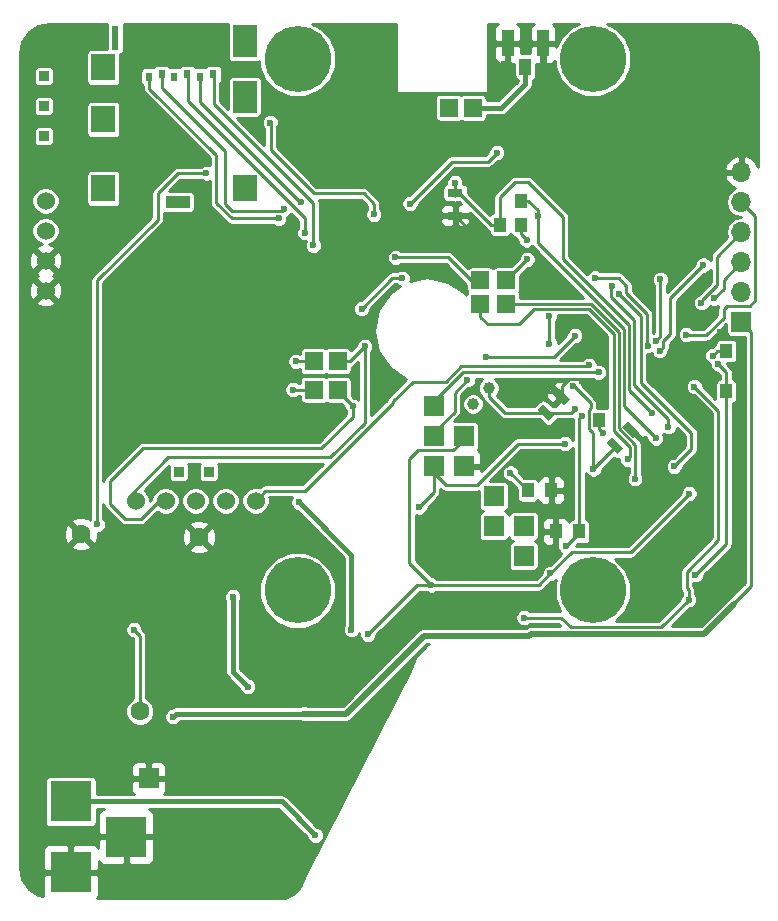
<source format=gbr>
G04 #@! TF.FileFunction,Copper,L2,Bot,Signal*
%FSLAX46Y46*%
G04 Gerber Fmt 4.6, Leading zero omitted, Abs format (unit mm)*
G04 Created by KiCad (PCBNEW 4.0.7-e2-6376~58~ubuntu16.04.1) date Mon Oct 23 12:39:53 2017*
%MOMM*%
%LPD*%
G01*
G04 APERTURE LIST*
%ADD10C,0.100000*%
%ADD11R,0.850000X0.850000*%
%ADD12R,1.700000X1.700000*%
%ADD13O,1.700000X1.700000*%
%ADD14R,3.500000X3.500000*%
%ADD15C,1.524000*%
%ADD16C,1.000000*%
%ADD17C,5.600000*%
%ADD18R,1.000000X2.200000*%
%ADD19R,1.000000X1.400000*%
%ADD20R,1.524000X1.524000*%
%ADD21C,1.600000*%
%ADD22R,1.300000X0.700000*%
%ADD23R,1.000000X1.200000*%
%ADD24R,2.000000X2.700000*%
%ADD25R,2.000000X2.300000*%
%ADD26R,0.600000X0.800000*%
%ADD27R,0.600000X2.000000*%
%ADD28R,2.000000X1.000000*%
%ADD29R,1.000000X1.250000*%
%ADD30C,0.600000*%
%ADD31C,0.250000*%
%ADD32C,0.500000*%
%ADD33C,0.400000*%
%ADD34C,0.254000*%
G04 APERTURE END LIST*
D10*
D11*
X134620000Y-58420000D03*
X134620000Y-60960000D03*
X146050000Y-91948000D03*
X148590000Y-91948000D03*
D12*
X193675000Y-79248000D03*
D13*
X193675000Y-76708000D03*
X193675000Y-74168000D03*
X193675000Y-71628000D03*
X193675000Y-69088000D03*
X193675000Y-66548000D03*
D14*
X136900000Y-119820000D03*
X136900000Y-125820000D03*
X141600000Y-122820000D03*
D15*
X134759700Y-68948300D03*
X134759700Y-71488300D03*
X134759700Y-74028300D03*
X134759700Y-76568300D03*
X142379700Y-94348300D03*
X144919700Y-94348300D03*
X147459700Y-94348300D03*
X149999700Y-94348300D03*
X152539700Y-94348300D03*
D16*
X170942000Y-86156800D03*
X172285503Y-84813297D03*
D17*
X181100000Y-101960000D03*
X156100000Y-56960000D03*
X181100000Y-56960000D03*
X156100000Y-101960000D03*
D18*
X173887000Y-55626000D03*
D19*
X175387000Y-57626000D03*
D18*
X176887000Y-55626000D03*
D20*
X168926000Y-61087000D03*
X170926000Y-61087000D03*
D12*
X170180000Y-88900000D03*
X167640000Y-88900000D03*
X170180000Y-91440000D03*
X167640000Y-86360000D03*
X167640000Y-91440000D03*
D20*
X171577000Y-77708000D03*
X171577000Y-75708000D03*
X173736000Y-77708000D03*
X173736000Y-75708000D03*
D21*
X147748000Y-97442000D03*
X137748000Y-97192000D03*
X142748000Y-112192000D03*
D20*
X159496000Y-84963000D03*
X157496000Y-84963000D03*
X159496000Y-82550000D03*
X157496000Y-82550000D03*
D11*
X134620000Y-63500000D03*
D22*
X169443400Y-68315800D03*
X169443400Y-70215800D03*
D23*
X175006000Y-70993000D03*
X173228000Y-70993000D03*
X175006000Y-68961000D03*
X192405000Y-81661000D03*
X192405000Y-85090000D03*
D12*
X172720000Y-93980000D03*
X175260000Y-96520000D03*
X172720000Y-96520000D03*
X175260000Y-99060000D03*
D10*
G36*
X183182381Y-90405858D02*
X182263142Y-89486619D01*
X182758117Y-88991644D01*
X183677356Y-89910883D01*
X183182381Y-90405858D01*
X183182381Y-90405858D01*
G37*
G36*
X184525883Y-89062356D02*
X183606644Y-88143117D01*
X184101619Y-87648142D01*
X185020858Y-88567381D01*
X184525883Y-89062356D01*
X184525883Y-89062356D01*
G37*
G36*
X177340381Y-87611858D02*
X176421142Y-86692619D01*
X176916117Y-86197644D01*
X177835356Y-87116883D01*
X177340381Y-87611858D01*
X177340381Y-87611858D01*
G37*
G36*
X178683883Y-86268356D02*
X177764644Y-85349117D01*
X178259619Y-84854142D01*
X179178858Y-85773381D01*
X178683883Y-86268356D01*
X178683883Y-86268356D01*
G37*
D23*
X181610000Y-87503000D03*
D12*
X143510000Y-117856000D03*
D24*
X151643600Y-55448200D03*
D25*
X151643600Y-67918200D03*
D24*
X151643600Y-60148200D03*
D25*
X139643600Y-67918200D03*
X139643600Y-62068200D03*
X139643600Y-57668200D03*
D26*
X148973600Y-58268200D03*
X146773600Y-58268200D03*
X143533600Y-58468200D03*
X147873600Y-58468200D03*
X145673600Y-58468200D03*
X144588600Y-58268200D03*
D27*
X140683600Y-55148200D03*
D28*
X145973600Y-69068200D03*
D29*
X175593500Y-93472000D03*
X177593500Y-93472000D03*
X179943000Y-96964500D03*
X177943000Y-96964500D03*
D30*
X142240000Y-105283000D03*
X174929800Y-85166200D03*
X177736500Y-98996500D03*
X176974500Y-99758500D03*
X175831500Y-100647500D03*
X176657000Y-73964800D03*
X191871600Y-80035400D03*
X189941200Y-86207600D03*
X182194200Y-82727800D03*
X185293000Y-95250000D03*
X180187600Y-84201000D03*
X159766000Y-113284000D03*
X159225000Y-114110000D03*
X156972000Y-80391000D03*
X156972000Y-77597000D03*
X156718000Y-74422000D03*
X151003000Y-72009000D03*
X146431000Y-72009000D03*
X146431000Y-73406000D03*
X150622000Y-73025000D03*
X150495000Y-75311000D03*
X146558000Y-75311000D03*
X146431000Y-77343000D03*
X150622000Y-77470000D03*
X150749000Y-79629000D03*
X146812000Y-79629000D03*
X143637000Y-82296000D03*
X141732000Y-68707000D03*
X143002000Y-69723000D03*
X144526000Y-66802000D03*
X143002000Y-66802000D03*
X179832000Y-61468000D03*
X181229000Y-61341000D03*
X184531000Y-62103000D03*
X182880000Y-63754000D03*
X179705000Y-65278000D03*
X174879000Y-61722000D03*
X176149000Y-60579000D03*
X178816000Y-60325000D03*
X177292000Y-58547000D03*
X172847000Y-59817000D03*
X174117000Y-58674000D03*
X165735000Y-62865000D03*
X165481000Y-60833000D03*
X163830000Y-61722000D03*
X162433000Y-60833000D03*
X161290000Y-59055000D03*
X163703000Y-58420000D03*
X162306000Y-56642000D03*
X160020000Y-57785000D03*
X159766000Y-55118000D03*
X162306000Y-54610000D03*
X173609000Y-57404000D03*
X161645600Y-66903600D03*
X165773100Y-66446400D03*
X179578000Y-86563200D03*
X177419000Y-78689200D03*
X177419000Y-81051400D03*
X148386800Y-66624200D03*
X139141200Y-96367600D03*
X153784300Y-62344300D03*
X162560000Y-70104000D03*
X156718000Y-112395000D03*
X145542000Y-112649000D03*
X164388800Y-73761600D03*
X175539400Y-73914000D03*
X150622000Y-102489000D03*
X151892000Y-110109000D03*
X186436000Y-89052400D03*
X176428400Y-70256400D03*
X186131200Y-86944200D03*
X169418000Y-67437000D03*
X168529000Y-61341000D03*
X157607000Y-122682000D03*
X189001400Y-80289400D03*
X191389000Y-77216000D03*
X190296800Y-77597000D03*
X170484800Y-84124800D03*
X181584600Y-83489800D03*
X178752500Y-89535000D03*
X166395400Y-94894400D03*
X187985400Y-91440000D03*
X183311800Y-76860400D03*
X165620700Y-69202300D03*
X172974000Y-64897000D03*
X189687200Y-84709000D03*
X189230000Y-102743000D03*
X175260000Y-104267000D03*
X191236600Y-82067400D03*
X189788800Y-100634800D03*
X191719200Y-82778600D03*
X179578000Y-80391000D03*
X172034200Y-82219800D03*
X184048400Y-90855800D03*
X184683400Y-92506800D03*
X180771800Y-82905600D03*
X175488600Y-72288400D03*
X187502800Y-88087200D03*
X182727600Y-76200000D03*
X161798000Y-81280000D03*
X160782000Y-86360000D03*
X185750200Y-81229200D03*
X181279800Y-75488800D03*
X161518600Y-78105000D03*
X164947600Y-75514200D03*
X167436800Y-101498400D03*
X162052000Y-105664000D03*
X177495200Y-100507800D03*
X189255400Y-93751400D03*
X179451000Y-84658200D03*
X181152800Y-91668600D03*
X160655000Y-105283000D03*
X156210000Y-94488000D03*
X155702000Y-84963000D03*
X155956000Y-82550000D03*
X186410600Y-80822800D03*
X186817000Y-75615800D03*
X186766200Y-81661000D03*
X190449200Y-74396600D03*
X181940200Y-88646000D03*
X174117000Y-92011500D03*
X180149500Y-87185500D03*
X178816000Y-98234500D03*
X157429200Y-72745600D03*
X156718000Y-71678800D03*
X154508200Y-70459600D03*
X154990800Y-69621400D03*
X156362400Y-69037200D03*
D31*
X142240000Y-105283000D02*
X142748000Y-105791000D01*
X142748000Y-105791000D02*
X142748000Y-112192000D01*
X178471751Y-85561249D02*
X178093449Y-85561249D01*
X178093449Y-85561249D02*
X177698400Y-85166200D01*
X177698400Y-85166200D02*
X174929800Y-85166200D01*
X177943000Y-98790000D02*
X177943000Y-96964500D01*
X177736500Y-98996500D02*
X177943000Y-98790000D01*
X176720500Y-99758500D02*
X176974500Y-99758500D01*
X175831500Y-100647500D02*
X176720500Y-99758500D01*
X176657000Y-73964800D02*
X175844200Y-73152000D01*
X175844200Y-73152000D02*
X172379600Y-73152000D01*
X172379600Y-73152000D02*
X169443400Y-70215800D01*
X191871600Y-80035400D02*
X188899800Y-83007200D01*
X188899800Y-83007200D02*
X188899800Y-85166200D01*
X188899800Y-85166200D02*
X189941200Y-86207600D01*
X182194200Y-82727800D02*
X182321200Y-82854800D01*
X182321200Y-82854800D02*
X182321200Y-84074000D01*
X182321200Y-84074000D02*
X182194200Y-84201000D01*
X182194200Y-84201000D02*
X180187600Y-84201000D01*
X184313751Y-88355249D02*
X184519649Y-88355249D01*
X184519649Y-88355249D02*
X185318400Y-89154000D01*
X185318400Y-89154000D02*
X185318400Y-95224600D01*
X185318400Y-95224600D02*
X185293000Y-95250000D01*
X180187600Y-84201000D02*
X180009800Y-84023200D01*
X180009800Y-84023200D02*
X179120800Y-84023200D01*
X179120800Y-84023200D02*
X178471751Y-84672249D01*
X178471751Y-84672249D02*
X178471751Y-85561249D01*
D32*
X159258000Y-114077000D02*
X159225000Y-114110000D01*
X159258000Y-114046000D02*
X159258000Y-114077000D01*
X156972000Y-77597000D02*
X156972000Y-80391000D01*
X153416000Y-74422000D02*
X156718000Y-74422000D01*
X151003000Y-72009000D02*
X153416000Y-74422000D01*
X146431000Y-73406000D02*
X146431000Y-72009000D01*
X150622000Y-75184000D02*
X150622000Y-73025000D01*
X150495000Y-75311000D02*
X150622000Y-75184000D01*
X146558000Y-77216000D02*
X146558000Y-75311000D01*
X146431000Y-77343000D02*
X146558000Y-77216000D01*
X150622000Y-79502000D02*
X150622000Y-77470000D01*
X150749000Y-79629000D02*
X150622000Y-79502000D01*
X146304000Y-79629000D02*
X146812000Y-79629000D01*
X143637000Y-82296000D02*
X146304000Y-79629000D01*
X141986000Y-68707000D02*
X141732000Y-68707000D01*
X143002000Y-69723000D02*
X141986000Y-68707000D01*
X143002000Y-66802000D02*
X144526000Y-66802000D01*
X176887000Y-55626000D02*
X176887000Y-58142000D01*
X181102000Y-61468000D02*
X179832000Y-61468000D01*
X181229000Y-61341000D02*
X181102000Y-61468000D01*
X182880000Y-63754000D02*
X184531000Y-62103000D01*
X177165000Y-65278000D02*
X179705000Y-65278000D01*
X177038000Y-65151000D02*
X177165000Y-65278000D01*
X177038000Y-63881000D02*
X177038000Y-65151000D01*
X174879000Y-61722000D02*
X177038000Y-63881000D01*
X178562000Y-60579000D02*
X176149000Y-60579000D01*
X178816000Y-60325000D02*
X178562000Y-60579000D01*
X176887000Y-58142000D02*
X177292000Y-58547000D01*
X172974000Y-59817000D02*
X172847000Y-59817000D01*
X174117000Y-58674000D02*
X172974000Y-59817000D01*
X165735000Y-61087000D02*
X165735000Y-62865000D01*
X165481000Y-60833000D02*
X165735000Y-61087000D01*
X163322000Y-61722000D02*
X163830000Y-61722000D01*
X162433000Y-60833000D02*
X163322000Y-61722000D01*
X163068000Y-59055000D02*
X161290000Y-59055000D01*
X163703000Y-58420000D02*
X163068000Y-59055000D01*
X161163000Y-56642000D02*
X162306000Y-56642000D01*
X160020000Y-57785000D02*
X161163000Y-56642000D01*
X161798000Y-55118000D02*
X159766000Y-55118000D01*
X162306000Y-54610000D02*
X161798000Y-55118000D01*
D31*
X173887000Y-57126000D02*
X173887000Y-55626000D01*
X173609000Y-57404000D02*
X173887000Y-57126000D01*
X172285503Y-84813297D02*
X172285503Y-85544503D01*
X173645751Y-86904751D02*
X177128249Y-86904751D01*
X172285503Y-85544503D02*
X173645751Y-86904751D01*
X177128249Y-86904751D02*
X179236449Y-86904751D01*
X179236449Y-86904751D02*
X179578000Y-86563200D01*
X177128249Y-87057151D02*
X177128249Y-86904751D01*
X177419000Y-81051400D02*
X177419000Y-78689200D01*
X147878800Y-66624200D02*
X148386800Y-66624200D01*
X145948400Y-66624200D02*
X147878800Y-66624200D01*
X144246600Y-68326000D02*
X145948400Y-66624200D01*
X144246600Y-70561200D02*
X144246600Y-68326000D01*
X139115800Y-75692000D02*
X144246600Y-70561200D01*
X139115800Y-96342200D02*
X139115800Y-75692000D01*
X139141200Y-96367600D02*
X139115800Y-96342200D01*
X162560000Y-69215000D02*
X162560000Y-70104000D01*
X161683700Y-68338700D02*
X162560000Y-69215000D01*
X157470096Y-68338700D02*
X161683700Y-68338700D01*
X153809700Y-64678304D02*
X157470096Y-68338700D01*
X153809700Y-62369700D02*
X153809700Y-64678304D01*
X153784300Y-62344300D02*
X153809700Y-62369700D01*
X193078100Y-103085900D02*
X193078100Y-102984300D01*
D32*
X193078100Y-103085900D02*
X190550800Y-105613200D01*
X190550800Y-105613200D02*
X175869600Y-105613200D01*
X175869600Y-105613200D02*
X175691800Y-105791000D01*
X175691800Y-105791000D02*
X166814500Y-105791000D01*
X166814500Y-105791000D02*
X160210500Y-112395000D01*
X156718000Y-112395000D02*
X160210500Y-112395000D01*
D31*
X194513200Y-101549200D02*
X194513200Y-80086200D01*
X193078100Y-102984300D02*
X194513200Y-101549200D01*
X194513200Y-80086200D02*
X193675000Y-79248000D01*
D33*
X145796000Y-112395000D02*
X156718000Y-112395000D01*
X145542000Y-112649000D02*
X145796000Y-112395000D01*
D31*
X171577000Y-75708000D02*
X170805600Y-75708000D01*
X168859200Y-73761600D02*
X164388800Y-73761600D01*
X170805600Y-75708000D02*
X168859200Y-73761600D01*
X173736000Y-75708000D02*
X173745400Y-75708000D01*
X173745400Y-75708000D02*
X175539400Y-73914000D01*
D33*
X150622000Y-108839000D02*
X150622000Y-102489000D01*
X151892000Y-110109000D02*
X150622000Y-108839000D01*
D31*
X175006000Y-68961000D02*
X175615600Y-68961000D01*
X176428400Y-69773800D02*
X176428400Y-70256400D01*
X175615600Y-68961000D02*
X176428400Y-69773800D01*
X186436000Y-89052400D02*
X183743600Y-86360000D01*
X183743600Y-86360000D02*
X183743600Y-79832200D01*
X183743600Y-79832200D02*
X176428400Y-72517000D01*
X176428400Y-72517000D02*
X176428400Y-70256400D01*
X169443400Y-68315800D02*
X169763400Y-68315800D01*
X169763400Y-68315800D02*
X172440600Y-70993000D01*
X172440600Y-70993000D02*
X173228000Y-70993000D01*
X174701200Y-67411600D02*
X174472600Y-67411600D01*
X173228000Y-68656200D02*
X173228000Y-70993000D01*
X174472600Y-67411600D02*
X173228000Y-68656200D01*
X186131200Y-86944200D02*
X184181798Y-84994798D01*
X184181798Y-84994798D02*
X184181798Y-79508398D01*
X184181798Y-79508398D02*
X178562000Y-73888600D01*
X178562000Y-73888600D02*
X178562000Y-70332600D01*
X178562000Y-70332600D02*
X175641000Y-67411600D01*
X175641000Y-67411600D02*
X174701200Y-67411600D01*
X174701200Y-67411600D02*
X174675800Y-67411600D01*
X169418000Y-67437000D02*
X169418000Y-68580000D01*
X169443400Y-67462400D02*
X169443400Y-68315800D01*
X169418000Y-67437000D02*
X169443400Y-67462400D01*
D33*
X168529000Y-61341000D02*
X168783000Y-61087000D01*
X168783000Y-61087000D02*
X168926000Y-61087000D01*
X136900000Y-119820000D02*
X154745000Y-119820000D01*
X154745000Y-119820000D02*
X157607000Y-122682000D01*
D31*
X189001400Y-80289400D02*
X189077600Y-80365600D01*
X189077600Y-80365600D02*
X190677800Y-80365600D01*
X190677800Y-80365600D02*
X192176400Y-78867000D01*
X192176400Y-78867000D02*
X192176400Y-78155800D01*
X192176400Y-78155800D02*
X192481200Y-77851000D01*
X192481200Y-77851000D02*
X194411600Y-77851000D01*
X194411600Y-77851000D02*
X194868800Y-77393800D01*
X194868800Y-77393800D02*
X194868800Y-70281800D01*
X194868800Y-70281800D02*
X193675000Y-69088000D01*
X193675000Y-69088000D02*
X193675000Y-69773800D01*
X193675000Y-69088000D02*
X192989200Y-69088000D01*
X191389000Y-77216000D02*
X192176400Y-76428600D01*
X192176400Y-76428600D02*
X192176400Y-75666600D01*
X192176400Y-75666600D02*
X193675000Y-74168000D01*
X190296800Y-77597000D02*
X190347600Y-77546200D01*
X190347600Y-77546200D02*
X190347600Y-77368400D01*
X190347600Y-77368400D02*
X191617600Y-76098400D01*
X191617600Y-76098400D02*
X191617600Y-73685400D01*
X191617600Y-73685400D02*
X193675000Y-71628000D01*
X170484800Y-84124800D02*
X169392600Y-85217000D01*
X169392600Y-85217000D02*
X169392600Y-86817200D01*
X169392600Y-86817200D02*
X167640000Y-88569800D01*
X167640000Y-88569800D02*
X167640000Y-88900000D01*
X167640000Y-86360000D02*
X167640000Y-85953600D01*
X167640000Y-85953600D02*
X170103800Y-83489800D01*
X170103800Y-83489800D02*
X181584600Y-83489800D01*
X181584600Y-83489800D02*
X181584600Y-83489800D01*
X167640000Y-91440000D02*
X167640000Y-92011500D01*
X167640000Y-92011500D02*
X168656000Y-93027500D01*
X174752000Y-89535000D02*
X178752500Y-89535000D01*
X171259500Y-93027500D02*
X174752000Y-89535000D01*
X168656000Y-93027500D02*
X171259500Y-93027500D01*
X167640000Y-91440000D02*
X167640000Y-91998800D01*
X167640000Y-93649800D02*
X167640000Y-91440000D01*
X166395400Y-94894400D02*
X167640000Y-93649800D01*
X167640000Y-90982800D02*
X167640000Y-91440000D01*
X189433200Y-89992200D02*
X187985400Y-91440000D01*
X189433200Y-88620600D02*
X189433200Y-89992200D01*
X185166000Y-84353400D02*
X189433200Y-88620600D01*
X185166000Y-78714600D02*
X185166000Y-84353400D01*
X183311800Y-76860400D02*
X185166000Y-78714600D01*
X169164000Y-65659000D02*
X165620700Y-69202300D01*
X172212000Y-65659000D02*
X169164000Y-65659000D01*
X172974000Y-64897000D02*
X172212000Y-65659000D01*
X165620700Y-69202300D02*
X165608000Y-69215000D01*
X175260000Y-104267000D02*
X178435000Y-104267000D01*
X186884802Y-105088198D02*
X189230000Y-102743000D01*
X179256198Y-105088198D02*
X186884802Y-105088198D01*
X178435000Y-104267000D02*
X179256198Y-105088198D01*
X189230000Y-102743000D02*
X189230000Y-101955600D01*
X189230000Y-101955600D02*
X189052200Y-101777800D01*
X189052200Y-101777800D02*
X189052200Y-100355400D01*
X189052200Y-100355400D02*
X191719200Y-97688400D01*
X191719200Y-97688400D02*
X191719200Y-86741000D01*
X191719200Y-86741000D02*
X189687200Y-84709000D01*
X192405000Y-81661000D02*
X191643000Y-81661000D01*
X191643000Y-81661000D02*
X191236600Y-82067400D01*
X192405000Y-85090000D02*
X192405000Y-98018600D01*
X192405000Y-98018600D02*
X189788800Y-100634800D01*
X192405000Y-85090000D02*
X192405000Y-83489800D01*
X191719200Y-82804000D02*
X191719200Y-82778600D01*
X192405000Y-83489800D02*
X191719200Y-82804000D01*
X177774600Y-82194400D02*
X179578000Y-80391000D01*
X172059600Y-82194400D02*
X177774600Y-82194400D01*
X172034200Y-82219800D02*
X172059600Y-82194400D01*
X171577000Y-78765400D02*
X171577000Y-77708000D01*
X172237400Y-79425800D02*
X171577000Y-78765400D01*
X174828200Y-79425800D02*
X172237400Y-79425800D01*
X176145998Y-78108002D02*
X174828200Y-79425800D01*
X180771800Y-78108002D02*
X176145998Y-78108002D01*
X182880000Y-80216202D02*
X180771800Y-78108002D01*
X182880000Y-88493600D02*
X182880000Y-80216202D01*
X184226200Y-89839800D02*
X182880000Y-88493600D01*
X184226200Y-90678000D02*
X184226200Y-89839800D01*
X184048400Y-90855800D02*
X184226200Y-90678000D01*
X173736000Y-77708000D02*
X180959000Y-77708000D01*
X184683400Y-89611200D02*
X184683400Y-92506800D01*
X183311800Y-88239600D02*
X184683400Y-89611200D01*
X183311800Y-88214200D02*
X183311800Y-88239600D01*
X183311800Y-87604600D02*
X183311800Y-88214200D01*
X183311800Y-80060800D02*
X183311800Y-87604600D01*
X180959000Y-77708000D02*
X183311800Y-80060800D01*
X180771800Y-82905600D02*
X180695600Y-82981800D01*
X180695600Y-82981800D02*
X169951400Y-82981800D01*
X169951400Y-82981800D02*
X168656000Y-84277200D01*
X168656000Y-84277200D02*
X165836600Y-84277200D01*
X165836600Y-84277200D02*
X164160200Y-85953600D01*
X164160200Y-85953600D02*
X164160200Y-86080600D01*
X164160200Y-86080600D02*
X156718000Y-93522800D01*
X156718000Y-93522800D02*
X153365200Y-93522800D01*
X153365200Y-93522800D02*
X152539700Y-94348300D01*
X175006000Y-71805800D02*
X175006000Y-70993000D01*
X175488600Y-72288400D02*
X175006000Y-71805800D01*
X187502800Y-87452200D02*
X187502800Y-88087200D01*
X184581800Y-84531200D02*
X187502800Y-87452200D01*
X184581800Y-79019400D02*
X184581800Y-84531200D01*
X182676800Y-77114400D02*
X184581800Y-79019400D01*
X182676800Y-76250800D02*
X182676800Y-77114400D01*
X182727600Y-76200000D02*
X182676800Y-76250800D01*
X159496000Y-82550000D02*
X160528000Y-82550000D01*
X160528000Y-82550000D02*
X161798000Y-81280000D01*
X141980000Y-94160000D02*
X141980000Y-93859000D01*
X141980000Y-93859000D02*
X145161000Y-90678000D01*
X145161000Y-90678000D02*
X158877000Y-90678000D01*
X158877000Y-90678000D02*
X161798000Y-87757000D01*
X161798000Y-87757000D02*
X161798000Y-81280000D01*
X159496000Y-84963000D02*
X159496000Y-85074000D01*
X159496000Y-85074000D02*
X160782000Y-86360000D01*
X144520000Y-94160000D02*
X144520000Y-94240000D01*
X144520000Y-94240000D02*
X142875000Y-95885000D01*
X142875000Y-95885000D02*
X141478000Y-95885000D01*
X141478000Y-95885000D02*
X140208000Y-94615000D01*
X140208000Y-94615000D02*
X140208000Y-92710000D01*
X140208000Y-92710000D02*
X143002000Y-89916000D01*
X143002000Y-89916000D02*
X158115000Y-89916000D01*
X158115000Y-89916000D02*
X160782000Y-87249000D01*
X160782000Y-87249000D02*
X160782000Y-86360000D01*
X185750200Y-81229200D02*
X185648600Y-81127600D01*
X185648600Y-81127600D02*
X185648600Y-78511400D01*
X185648600Y-78511400D02*
X183946800Y-76809600D01*
X183946800Y-76809600D02*
X183946800Y-76149200D01*
X183946800Y-76149200D02*
X183286400Y-75488800D01*
X183286400Y-75488800D02*
X181279800Y-75488800D01*
X164134800Y-75488800D02*
X161518600Y-78105000D01*
X164922200Y-75488800D02*
X164134800Y-75488800D01*
X164947600Y-75514200D02*
X164922200Y-75488800D01*
D33*
X170926000Y-61087000D02*
X173355000Y-61087000D01*
X175387000Y-59055000D02*
X175387000Y-57626000D01*
X173355000Y-61087000D02*
X175387000Y-59055000D01*
D31*
X179451000Y-84658200D02*
X179463700Y-84658200D01*
X181152800Y-88633300D02*
X181152800Y-89662000D01*
X180784500Y-88265000D02*
X181152800Y-88633300D01*
X180784500Y-86677500D02*
X180784500Y-88265000D01*
X180911500Y-86550500D02*
X180784500Y-86677500D01*
X180911500Y-86106000D02*
X180911500Y-86550500D01*
X179463700Y-84658200D02*
X180911500Y-86106000D01*
X170180000Y-88900000D02*
X170180000Y-89179400D01*
X170180000Y-89179400D02*
X169291000Y-90068400D01*
X169291000Y-90068400D02*
X166319200Y-90068400D01*
X166319200Y-90068400D02*
X165557200Y-90830400D01*
X165557200Y-90830400D02*
X165557200Y-99618800D01*
X165557200Y-99618800D02*
X167436800Y-101498400D01*
X167436800Y-101498400D02*
X176504600Y-101498400D01*
X176504600Y-101498400D02*
X177495200Y-100507800D01*
X166217600Y-101498400D02*
X167436800Y-101498400D01*
X162052000Y-105664000D02*
X166217600Y-101498400D01*
X177495200Y-100507800D02*
X179298600Y-98704400D01*
X179298600Y-98704400D02*
X184302400Y-98704400D01*
X184302400Y-98704400D02*
X189255400Y-93751400D01*
X181152800Y-91668600D02*
X181152800Y-89662000D01*
X182970249Y-89698751D02*
X182970249Y-89851151D01*
X182970249Y-89851151D02*
X181152800Y-91668600D01*
D33*
X160655000Y-98933000D02*
X160655000Y-105283000D01*
X156210000Y-94488000D02*
X160655000Y-98933000D01*
D31*
X157496000Y-84963000D02*
X155702000Y-84963000D01*
X155956000Y-82550000D02*
X157496000Y-82550000D01*
X186410600Y-80822800D02*
X186817000Y-80416400D01*
X186817000Y-80416400D02*
X186817000Y-75615800D01*
X186766200Y-81661000D02*
X187071000Y-81356200D01*
X187071000Y-81356200D02*
X187071000Y-80848200D01*
X187071000Y-80848200D02*
X187655200Y-80264000D01*
X187655200Y-80264000D02*
X187655200Y-77190600D01*
X187655200Y-77190600D02*
X190449200Y-74396600D01*
X181610000Y-87503000D02*
X181610000Y-88315800D01*
X181610000Y-88315800D02*
X181940200Y-88646000D01*
X174117000Y-92011500D02*
X175577500Y-93472000D01*
X175577500Y-93472000D02*
X175593500Y-93472000D01*
X179943000Y-96964500D02*
X179943000Y-87392000D01*
X179943000Y-87392000D02*
X180149500Y-87185500D01*
X179943000Y-96964500D02*
X179943000Y-97107500D01*
X179943000Y-97107500D02*
X178816000Y-98234500D01*
X148999000Y-58319000D02*
X148999000Y-60734000D01*
X157429200Y-69164200D02*
X157429200Y-72745600D01*
X148999000Y-60734000D02*
X157429200Y-69164200D01*
X148999000Y-58319000D02*
X148999000Y-58646000D01*
X146799000Y-58319000D02*
X146799000Y-60515200D01*
X156718000Y-70434200D02*
X156718000Y-71678800D01*
X146799000Y-60515200D02*
X156718000Y-70434200D01*
X143559000Y-58519000D02*
X143559000Y-59459600D01*
X150520400Y-70459600D02*
X154508200Y-70459600D01*
X149199600Y-69138800D02*
X150520400Y-70459600D01*
X149199600Y-65100200D02*
X149199600Y-69138800D01*
X143559000Y-59459600D02*
X149199600Y-65100200D01*
X144614000Y-58319000D02*
X144614000Y-59397000D01*
X154762200Y-69850000D02*
X154990800Y-69621400D01*
X150545800Y-69850000D02*
X154762200Y-69850000D01*
X149961600Y-69265800D02*
X150545800Y-69850000D01*
X149961600Y-64744600D02*
X149961600Y-69265800D01*
X144614000Y-59397000D02*
X149961600Y-64744600D01*
X147873600Y-58468200D02*
X147873600Y-60573800D01*
X156337000Y-69037200D02*
X156362400Y-69037200D01*
X147873600Y-60573800D02*
X156337000Y-69037200D01*
D34*
G36*
X139982536Y-53978819D02*
X139948235Y-54148200D01*
X139948235Y-56082835D01*
X138643600Y-56082835D01*
X138485363Y-56112609D01*
X138340033Y-56206127D01*
X138242536Y-56348819D01*
X138208235Y-56518200D01*
X138208235Y-58818200D01*
X138238009Y-58976437D01*
X138331527Y-59121767D01*
X138474219Y-59219264D01*
X138643600Y-59253565D01*
X140643600Y-59253565D01*
X140801837Y-59223791D01*
X140947167Y-59130273D01*
X141044664Y-58987581D01*
X141078965Y-58818200D01*
X141078965Y-56565621D01*
X141141837Y-56553791D01*
X141287167Y-56460273D01*
X141384664Y-56317581D01*
X141418965Y-56148200D01*
X141418965Y-54148200D01*
X141389191Y-53989963D01*
X141371197Y-53962000D01*
X150235817Y-53962000D01*
X150208235Y-54098200D01*
X150208235Y-56798200D01*
X150238009Y-56956437D01*
X150331527Y-57101767D01*
X150474219Y-57199264D01*
X150643600Y-57233565D01*
X152643600Y-57233565D01*
X152801837Y-57203791D01*
X152872826Y-57158111D01*
X152872441Y-57599074D01*
X153362687Y-58785561D01*
X154269664Y-59694123D01*
X155455294Y-60186439D01*
X156739074Y-60187559D01*
X157925561Y-59697313D01*
X158834123Y-58790336D01*
X159326439Y-57604706D01*
X159327559Y-56320926D01*
X158837313Y-55134439D01*
X157930336Y-54225877D01*
X157294849Y-53962000D01*
X164465000Y-53962000D01*
X164465000Y-59690000D01*
X164475006Y-59739410D01*
X164503447Y-59781035D01*
X164545841Y-59808315D01*
X164592000Y-59817000D01*
X172085000Y-59817000D01*
X172134410Y-59806994D01*
X172176035Y-59778553D01*
X172203315Y-59736159D01*
X172212000Y-59690000D01*
X172212000Y-55911750D01*
X172752000Y-55911750D01*
X172752000Y-56852309D01*
X172848673Y-57085698D01*
X173027301Y-57264327D01*
X173260690Y-57361000D01*
X173601250Y-57361000D01*
X173760000Y-57202250D01*
X173760000Y-55753000D01*
X172910750Y-55753000D01*
X172752000Y-55911750D01*
X172212000Y-55911750D01*
X172212000Y-53962000D01*
X173089281Y-53962000D01*
X173027301Y-53987673D01*
X172848673Y-54166302D01*
X172752000Y-54399691D01*
X172752000Y-55340250D01*
X172910750Y-55499000D01*
X173760000Y-55499000D01*
X173760000Y-55479000D01*
X174014000Y-55479000D01*
X174014000Y-55499000D01*
X174863250Y-55499000D01*
X175022000Y-55340250D01*
X175022000Y-54399691D01*
X174925327Y-54166302D01*
X174746699Y-53987673D01*
X174684719Y-53962000D01*
X176089281Y-53962000D01*
X176027301Y-53987673D01*
X175848673Y-54166302D01*
X175752000Y-54399691D01*
X175752000Y-55340250D01*
X175910750Y-55499000D01*
X176760000Y-55499000D01*
X176760000Y-55479000D01*
X177014000Y-55479000D01*
X177014000Y-55499000D01*
X177863250Y-55499000D01*
X178022000Y-55340250D01*
X178022000Y-54399691D01*
X177925327Y-54166302D01*
X177746699Y-53987673D01*
X177684719Y-53962000D01*
X179905350Y-53962000D01*
X179274439Y-54222687D01*
X178365877Y-55129664D01*
X178022000Y-55957813D01*
X178022000Y-55911750D01*
X177863250Y-55753000D01*
X177014000Y-55753000D01*
X177014000Y-57202250D01*
X177172750Y-57361000D01*
X177513310Y-57361000D01*
X177746699Y-57264327D01*
X177872843Y-57138182D01*
X177872441Y-57599074D01*
X178362687Y-58785561D01*
X179269664Y-59694123D01*
X180455294Y-60186439D01*
X181739074Y-60187559D01*
X182925561Y-59697313D01*
X183834123Y-58790336D01*
X184326439Y-57604706D01*
X184327559Y-56320926D01*
X183837313Y-55134439D01*
X182930336Y-54225877D01*
X182294849Y-53962000D01*
X192550559Y-53962000D01*
X193552179Y-54161234D01*
X194359398Y-54700601D01*
X194898766Y-55507821D01*
X195098000Y-56509442D01*
X195098000Y-66146502D01*
X194946645Y-65781076D01*
X194556358Y-65352817D01*
X194031892Y-65106514D01*
X193802000Y-65227181D01*
X193802000Y-66421000D01*
X193822000Y-66421000D01*
X193822000Y-66675000D01*
X193802000Y-66675000D01*
X193802000Y-66695000D01*
X193548000Y-66695000D01*
X193548000Y-66675000D01*
X192354845Y-66675000D01*
X192233524Y-66904890D01*
X192403355Y-67314924D01*
X192793642Y-67743183D01*
X193154583Y-67912691D01*
X192747007Y-68185025D01*
X192470188Y-68599313D01*
X192372982Y-69088000D01*
X192470188Y-69576687D01*
X192747007Y-69990975D01*
X193161295Y-70267794D01*
X193614791Y-70358000D01*
X193161295Y-70448206D01*
X192747007Y-70725025D01*
X192470188Y-71139313D01*
X192372982Y-71628000D01*
X192459483Y-72062871D01*
X191227277Y-73295077D01*
X191107618Y-73474158D01*
X191079081Y-73617625D01*
X191065600Y-73685400D01*
X191065600Y-73985045D01*
X190861550Y-73780639D01*
X190594444Y-73669726D01*
X190305225Y-73669474D01*
X190037925Y-73779920D01*
X189833239Y-73984250D01*
X189722326Y-74251356D01*
X189722246Y-74342908D01*
X187369000Y-76696154D01*
X187369000Y-76092000D01*
X187432961Y-76028150D01*
X187543874Y-75761044D01*
X187544126Y-75471825D01*
X187433680Y-75204525D01*
X187229350Y-74999839D01*
X186962244Y-74888926D01*
X186673025Y-74888674D01*
X186405725Y-74999120D01*
X186201039Y-75203450D01*
X186090126Y-75470556D01*
X186089874Y-75759775D01*
X186200320Y-76027075D01*
X186265000Y-76091868D01*
X186265000Y-80096345D01*
X186200600Y-80122955D01*
X186200600Y-78511400D01*
X186158582Y-78300159D01*
X186158582Y-78300158D01*
X186038923Y-78121077D01*
X184498800Y-76580954D01*
X184498800Y-76149200D01*
X184488680Y-76098323D01*
X184456782Y-75937958D01*
X184337123Y-75758877D01*
X183676723Y-75098477D01*
X183497642Y-74978818D01*
X183286400Y-74936800D01*
X181756000Y-74936800D01*
X181692150Y-74872839D01*
X181425044Y-74761926D01*
X181135825Y-74761674D01*
X180868525Y-74872120D01*
X180663839Y-75076450D01*
X180624715Y-75170669D01*
X179114000Y-73659954D01*
X179114000Y-70332600D01*
X179112647Y-70325800D01*
X179071982Y-70121358D01*
X178952323Y-69942277D01*
X176031323Y-67021277D01*
X175852242Y-66901618D01*
X175641000Y-66859600D01*
X174472600Y-66859600D01*
X174261358Y-66901618D01*
X174082277Y-67021277D01*
X172837677Y-68265877D01*
X172718018Y-68444958D01*
X172701691Y-68527041D01*
X172676000Y-68656200D01*
X172676000Y-69967419D01*
X172569763Y-69987409D01*
X172424433Y-70080927D01*
X172377647Y-70149401D01*
X170528765Y-68300519D01*
X170528765Y-67965800D01*
X170498991Y-67807563D01*
X170405473Y-67662233D01*
X170262781Y-67564736D01*
X170144910Y-67540866D01*
X170145126Y-67293025D01*
X170034680Y-67025725D01*
X169830350Y-66821039D01*
X169563244Y-66710126D01*
X169274025Y-66709874D01*
X169006725Y-66820320D01*
X168802039Y-67024650D01*
X168691126Y-67291756D01*
X168690901Y-67549721D01*
X168635163Y-67560209D01*
X168489833Y-67653727D01*
X168392336Y-67796419D01*
X168358035Y-67965800D01*
X168358035Y-68665800D01*
X168387809Y-68824037D01*
X168481327Y-68969367D01*
X168624019Y-69066864D01*
X168793400Y-69101165D01*
X169262980Y-69101165D01*
X169418000Y-69132000D01*
X169573020Y-69101165D01*
X169768119Y-69101165D01*
X169897754Y-69230800D01*
X169729150Y-69230800D01*
X169570400Y-69389550D01*
X169570400Y-70088800D01*
X170569650Y-70088800D01*
X170662702Y-69995748D01*
X172050277Y-71383323D01*
X172229359Y-71502982D01*
X172292635Y-71515568D01*
X172292635Y-71593000D01*
X172322409Y-71751237D01*
X172415927Y-71896567D01*
X172558619Y-71994064D01*
X172728000Y-72028365D01*
X173728000Y-72028365D01*
X173886237Y-71998591D01*
X174031567Y-71905073D01*
X174118000Y-71778574D01*
X174193927Y-71896567D01*
X174336619Y-71994064D01*
X174503206Y-72027799D01*
X174615677Y-72196123D01*
X174761553Y-72341999D01*
X174761474Y-72432375D01*
X174871920Y-72699675D01*
X175076250Y-72904361D01*
X175343356Y-73015274D01*
X175632575Y-73015526D01*
X175899875Y-72905080D01*
X175981879Y-72823218D01*
X176038077Y-72907323D01*
X180286754Y-77156000D01*
X174933365Y-77156000D01*
X174933365Y-76946000D01*
X174903591Y-76787763D01*
X174852223Y-76707935D01*
X174899064Y-76639381D01*
X174933365Y-76470000D01*
X174933365Y-75300681D01*
X175592999Y-74641047D01*
X175683375Y-74641126D01*
X175950675Y-74530680D01*
X176155361Y-74326350D01*
X176266274Y-74059244D01*
X176266526Y-73770025D01*
X176156080Y-73502725D01*
X175951750Y-73298039D01*
X175684644Y-73187126D01*
X175395425Y-73186874D01*
X175128125Y-73297320D01*
X174923439Y-73501650D01*
X174812526Y-73768756D01*
X174812446Y-73860308D01*
X174162119Y-74510635D01*
X172974000Y-74510635D01*
X172815763Y-74540409D01*
X172670433Y-74633927D01*
X172657644Y-74652644D01*
X172651073Y-74642433D01*
X172508381Y-74544936D01*
X172339000Y-74510635D01*
X170815000Y-74510635D01*
X170656763Y-74540409D01*
X170511883Y-74633637D01*
X169249523Y-73371277D01*
X169070442Y-73251618D01*
X168859200Y-73209600D01*
X164865000Y-73209600D01*
X164801150Y-73145639D01*
X164534044Y-73034726D01*
X164244825Y-73034474D01*
X163977525Y-73144920D01*
X163772839Y-73349250D01*
X163661926Y-73616356D01*
X163661674Y-73905575D01*
X163772120Y-74172875D01*
X163976450Y-74377561D01*
X164243556Y-74488474D01*
X164532775Y-74488726D01*
X164800075Y-74378280D01*
X164864868Y-74313600D01*
X168630554Y-74313600D01*
X170379635Y-76062681D01*
X170379635Y-76470000D01*
X170409409Y-76628237D01*
X170460777Y-76708065D01*
X170413936Y-76776619D01*
X170383576Y-76926537D01*
X170283395Y-76776605D01*
X168822841Y-75800694D01*
X167100000Y-75458000D01*
X165637309Y-75748947D01*
X165674474Y-75659444D01*
X165674726Y-75370225D01*
X165564280Y-75102925D01*
X165359950Y-74898239D01*
X165092844Y-74787326D01*
X164803625Y-74787074D01*
X164536325Y-74897520D01*
X164496977Y-74936800D01*
X164134800Y-74936800D01*
X163923559Y-74978818D01*
X163744477Y-75098477D01*
X161465001Y-77377953D01*
X161374625Y-77377874D01*
X161107325Y-77488320D01*
X160902639Y-77692650D01*
X160791726Y-77959756D01*
X160791474Y-78248975D01*
X160901920Y-78516275D01*
X161106250Y-78720961D01*
X161373356Y-78831874D01*
X161662575Y-78832126D01*
X161929875Y-78721680D01*
X162134561Y-78517350D01*
X162245474Y-78250244D01*
X162245554Y-78158692D01*
X164363446Y-76040800D01*
X164446044Y-76040800D01*
X164535250Y-76130161D01*
X164750383Y-76219493D01*
X163916605Y-76776605D01*
X162940694Y-78237159D01*
X162598000Y-79960000D01*
X162940694Y-81682841D01*
X163916605Y-83143395D01*
X165279261Y-84053893D01*
X163769877Y-85563277D01*
X163650218Y-85742358D01*
X163633439Y-85826715D01*
X162350000Y-87110154D01*
X162350000Y-81756200D01*
X162413961Y-81692350D01*
X162524874Y-81425244D01*
X162525126Y-81136025D01*
X162414680Y-80868725D01*
X162210350Y-80664039D01*
X161943244Y-80553126D01*
X161654025Y-80552874D01*
X161386725Y-80663320D01*
X161182039Y-80867650D01*
X161071126Y-81134756D01*
X161071046Y-81226308D01*
X160664224Y-81633130D01*
X160663591Y-81629763D01*
X160570073Y-81484433D01*
X160427381Y-81386936D01*
X160258000Y-81352635D01*
X158734000Y-81352635D01*
X158575763Y-81382409D01*
X158495935Y-81433777D01*
X158427381Y-81386936D01*
X158258000Y-81352635D01*
X156734000Y-81352635D01*
X156575763Y-81382409D01*
X156430433Y-81475927D01*
X156332936Y-81618619D01*
X156298635Y-81788000D01*
X156298635Y-81905091D01*
X156101244Y-81823126D01*
X155812025Y-81822874D01*
X155544725Y-81933320D01*
X155340039Y-82137650D01*
X155229126Y-82404756D01*
X155228874Y-82693975D01*
X155339320Y-82961275D01*
X155543650Y-83165961D01*
X155810756Y-83276874D01*
X156099975Y-83277126D01*
X156298635Y-83195041D01*
X156298635Y-83312000D01*
X156328409Y-83470237D01*
X156421927Y-83615567D01*
X156564619Y-83713064D01*
X156734000Y-83747365D01*
X158258000Y-83747365D01*
X158416237Y-83717591D01*
X158496065Y-83666223D01*
X158564619Y-83713064D01*
X158734000Y-83747365D01*
X160258000Y-83747365D01*
X160416237Y-83717591D01*
X160561567Y-83624073D01*
X160659064Y-83481381D01*
X160693365Y-83312000D01*
X160693365Y-83069107D01*
X160739242Y-83059982D01*
X160918323Y-82940323D01*
X161246000Y-82612646D01*
X161246000Y-85795779D01*
X161194350Y-85744039D01*
X160927244Y-85633126D01*
X160835692Y-85633046D01*
X160693365Y-85490719D01*
X160693365Y-84201000D01*
X160663591Y-84042763D01*
X160570073Y-83897433D01*
X160427381Y-83799936D01*
X160258000Y-83765635D01*
X158734000Y-83765635D01*
X158575763Y-83795409D01*
X158495935Y-83846777D01*
X158427381Y-83799936D01*
X158258000Y-83765635D01*
X156734000Y-83765635D01*
X156575763Y-83795409D01*
X156430433Y-83888927D01*
X156332936Y-84031619D01*
X156298635Y-84201000D01*
X156298635Y-84411000D01*
X156178200Y-84411000D01*
X156114350Y-84347039D01*
X155847244Y-84236126D01*
X155558025Y-84235874D01*
X155290725Y-84346320D01*
X155086039Y-84550650D01*
X154975126Y-84817756D01*
X154974874Y-85106975D01*
X155085320Y-85374275D01*
X155289650Y-85578961D01*
X155556756Y-85689874D01*
X155845975Y-85690126D01*
X156113275Y-85579680D01*
X156178068Y-85515000D01*
X156298635Y-85515000D01*
X156298635Y-85725000D01*
X156328409Y-85883237D01*
X156421927Y-86028567D01*
X156564619Y-86126064D01*
X156734000Y-86160365D01*
X158258000Y-86160365D01*
X158416237Y-86130591D01*
X158496065Y-86079223D01*
X158564619Y-86126064D01*
X158734000Y-86160365D01*
X159801719Y-86160365D01*
X160054953Y-86413599D01*
X160054874Y-86503975D01*
X160165320Y-86771275D01*
X160230000Y-86836068D01*
X160230000Y-87020354D01*
X157886354Y-89364000D01*
X143002000Y-89364000D01*
X142790758Y-89406018D01*
X142611677Y-89525677D01*
X139817677Y-92319677D01*
X139698018Y-92498758D01*
X139685140Y-92563500D01*
X139667800Y-92650677D01*
X139667800Y-75920646D01*
X144636923Y-70951523D01*
X144756582Y-70772442D01*
X144798600Y-70561200D01*
X144798600Y-69965425D01*
X144804219Y-69969264D01*
X144973600Y-70003565D01*
X146973600Y-70003565D01*
X147131837Y-69973791D01*
X147277167Y-69880273D01*
X147374664Y-69737581D01*
X147408965Y-69568200D01*
X147408965Y-68568200D01*
X147379191Y-68409963D01*
X147285673Y-68264633D01*
X147142981Y-68167136D01*
X146973600Y-68132835D01*
X145220411Y-68132835D01*
X146177046Y-67176200D01*
X147910600Y-67176200D01*
X147974450Y-67240161D01*
X148241556Y-67351074D01*
X148530775Y-67351326D01*
X148647600Y-67303055D01*
X148647600Y-69138800D01*
X148689618Y-69350042D01*
X148809277Y-69529123D01*
X150130077Y-70849923D01*
X150309159Y-70969582D01*
X150520400Y-71011600D01*
X154032000Y-71011600D01*
X154095850Y-71075561D01*
X154362956Y-71186474D01*
X154652175Y-71186726D01*
X154919475Y-71076280D01*
X155124161Y-70871950D01*
X155235074Y-70604844D01*
X155235326Y-70315625D01*
X155232275Y-70308240D01*
X155402075Y-70238080D01*
X155571802Y-70068648D01*
X156166000Y-70662846D01*
X156166000Y-71202600D01*
X156102039Y-71266450D01*
X155991126Y-71533556D01*
X155990874Y-71822775D01*
X156101320Y-72090075D01*
X156305650Y-72294761D01*
X156572756Y-72405674D01*
X156783090Y-72405857D01*
X156702326Y-72600356D01*
X156702074Y-72889575D01*
X156812520Y-73156875D01*
X157016850Y-73361561D01*
X157283956Y-73472474D01*
X157573175Y-73472726D01*
X157840475Y-73362280D01*
X158045161Y-73157950D01*
X158156074Y-72890844D01*
X158156326Y-72601625D01*
X158045880Y-72334325D01*
X157981200Y-72269532D01*
X157981200Y-69164200D01*
X157957793Y-69046523D01*
X157939182Y-68952958D01*
X157897582Y-68890700D01*
X161455054Y-68890700D01*
X162008000Y-69443646D01*
X162008000Y-69627800D01*
X161944039Y-69691650D01*
X161833126Y-69958756D01*
X161832874Y-70247975D01*
X161943320Y-70515275D01*
X162147650Y-70719961D01*
X162414756Y-70830874D01*
X162703975Y-70831126D01*
X162971275Y-70720680D01*
X163175961Y-70516350D01*
X163182106Y-70501550D01*
X168158400Y-70501550D01*
X168158400Y-70692109D01*
X168255073Y-70925498D01*
X168433701Y-71104127D01*
X168667090Y-71200800D01*
X169157650Y-71200800D01*
X169316400Y-71042050D01*
X169316400Y-70342800D01*
X169570400Y-70342800D01*
X169570400Y-71042050D01*
X169729150Y-71200800D01*
X170219710Y-71200800D01*
X170453099Y-71104127D01*
X170631727Y-70925498D01*
X170728400Y-70692109D01*
X170728400Y-70501550D01*
X170569650Y-70342800D01*
X169570400Y-70342800D01*
X169316400Y-70342800D01*
X168317150Y-70342800D01*
X168158400Y-70501550D01*
X163182106Y-70501550D01*
X163286874Y-70249244D01*
X163287126Y-69960025D01*
X163176680Y-69692725D01*
X163112000Y-69627932D01*
X163112000Y-69346275D01*
X164893574Y-69346275D01*
X165004020Y-69613575D01*
X165208350Y-69818261D01*
X165475456Y-69929174D01*
X165764675Y-69929426D01*
X166031975Y-69818980D01*
X166111602Y-69739491D01*
X168158400Y-69739491D01*
X168158400Y-69930050D01*
X168317150Y-70088800D01*
X169316400Y-70088800D01*
X169316400Y-69389550D01*
X169157650Y-69230800D01*
X168667090Y-69230800D01*
X168433701Y-69327473D01*
X168255073Y-69506102D01*
X168158400Y-69739491D01*
X166111602Y-69739491D01*
X166236661Y-69614650D01*
X166347574Y-69347544D01*
X166347654Y-69255992D01*
X169392646Y-66211000D01*
X172212000Y-66211000D01*
X172311995Y-66191110D01*
X192233524Y-66191110D01*
X192354845Y-66421000D01*
X193548000Y-66421000D01*
X193548000Y-65227181D01*
X193318108Y-65106514D01*
X192793642Y-65352817D01*
X192403355Y-65781076D01*
X192233524Y-66191110D01*
X172311995Y-66191110D01*
X172423242Y-66168982D01*
X172602323Y-66049323D01*
X173027599Y-65624047D01*
X173117975Y-65624126D01*
X173385275Y-65513680D01*
X173589961Y-65309350D01*
X173700874Y-65042244D01*
X173701126Y-64753025D01*
X173590680Y-64485725D01*
X173386350Y-64281039D01*
X173119244Y-64170126D01*
X172830025Y-64169874D01*
X172562725Y-64280320D01*
X172358039Y-64484650D01*
X172247126Y-64751756D01*
X172247046Y-64843308D01*
X171983354Y-65107000D01*
X169164000Y-65107000D01*
X168952758Y-65149018D01*
X168773677Y-65268677D01*
X165567101Y-68475253D01*
X165476725Y-68475174D01*
X165209425Y-68585620D01*
X165004739Y-68789950D01*
X164893826Y-69057056D01*
X164893574Y-69346275D01*
X163112000Y-69346275D01*
X163112000Y-69215000D01*
X163069982Y-69003759D01*
X162950323Y-68824677D01*
X162074023Y-67948377D01*
X161894942Y-67828718D01*
X161683700Y-67786700D01*
X157698742Y-67786700D01*
X154361700Y-64449658D01*
X154361700Y-62795144D01*
X154400261Y-62756650D01*
X154511174Y-62489544D01*
X154511426Y-62200325D01*
X154400980Y-61933025D01*
X154196650Y-61728339D01*
X153929544Y-61617426D01*
X153640325Y-61617174D01*
X153373025Y-61727620D01*
X153168339Y-61931950D01*
X153057426Y-62199056D01*
X153057174Y-62488275D01*
X153167620Y-62755575D01*
X153257700Y-62845812D01*
X153257700Y-64212054D01*
X150979211Y-61933565D01*
X152643600Y-61933565D01*
X152801837Y-61903791D01*
X152947167Y-61810273D01*
X153044664Y-61667581D01*
X153078965Y-61498200D01*
X153078965Y-60325000D01*
X167728635Y-60325000D01*
X167728635Y-61849000D01*
X167758409Y-62007237D01*
X167851927Y-62152567D01*
X167994619Y-62250064D01*
X168164000Y-62284365D01*
X169688000Y-62284365D01*
X169846237Y-62254591D01*
X169926065Y-62203223D01*
X169994619Y-62250064D01*
X170164000Y-62284365D01*
X171688000Y-62284365D01*
X171846237Y-62254591D01*
X171991567Y-62161073D01*
X172089064Y-62018381D01*
X172123365Y-61849000D01*
X172123365Y-61714000D01*
X173355000Y-61714000D01*
X173594943Y-61666272D01*
X173798356Y-61530356D01*
X175830356Y-59498356D01*
X175966273Y-59294942D01*
X176014000Y-59055000D01*
X176014000Y-58737469D01*
X176045237Y-58731591D01*
X176190567Y-58638073D01*
X176288064Y-58495381D01*
X176322365Y-58326000D01*
X176322365Y-57361000D01*
X176601250Y-57361000D01*
X176760000Y-57202250D01*
X176760000Y-55753000D01*
X175910750Y-55753000D01*
X175752000Y-55911750D01*
X175752000Y-56490635D01*
X175022000Y-56490635D01*
X175022000Y-55911750D01*
X174863250Y-55753000D01*
X174014000Y-55753000D01*
X174014000Y-57202250D01*
X174172750Y-57361000D01*
X174451635Y-57361000D01*
X174451635Y-58326000D01*
X174481409Y-58484237D01*
X174574927Y-58629567D01*
X174717619Y-58727064D01*
X174760000Y-58735646D01*
X174760000Y-58795288D01*
X173095288Y-60460000D01*
X172123365Y-60460000D01*
X172123365Y-60325000D01*
X172093591Y-60166763D01*
X172000073Y-60021433D01*
X171857381Y-59923936D01*
X171688000Y-59889635D01*
X170164000Y-59889635D01*
X170005763Y-59919409D01*
X169925935Y-59970777D01*
X169857381Y-59923936D01*
X169688000Y-59889635D01*
X168164000Y-59889635D01*
X168005763Y-59919409D01*
X167860433Y-60012927D01*
X167762936Y-60155619D01*
X167728635Y-60325000D01*
X153078965Y-60325000D01*
X153078965Y-58798200D01*
X153049191Y-58639963D01*
X152955673Y-58494633D01*
X152812981Y-58397136D01*
X152643600Y-58362835D01*
X150643600Y-58362835D01*
X150485363Y-58392609D01*
X150340033Y-58486127D01*
X150242536Y-58628819D01*
X150208235Y-58798200D01*
X150208235Y-61162589D01*
X149551000Y-60505354D01*
X149551000Y-58997111D01*
X149577167Y-58980273D01*
X149674664Y-58837581D01*
X149708965Y-58668200D01*
X149708965Y-57868200D01*
X149679191Y-57709963D01*
X149585673Y-57564633D01*
X149442981Y-57467136D01*
X149273600Y-57432835D01*
X148673600Y-57432835D01*
X148515363Y-57462609D01*
X148370033Y-57556127D01*
X148300115Y-57658455D01*
X148173600Y-57632835D01*
X147573600Y-57632835D01*
X147445117Y-57657011D01*
X147385673Y-57564633D01*
X147242981Y-57467136D01*
X147073600Y-57432835D01*
X146473600Y-57432835D01*
X146315363Y-57462609D01*
X146170033Y-57556127D01*
X146100115Y-57658455D01*
X145973600Y-57632835D01*
X145373600Y-57632835D01*
X145258497Y-57654493D01*
X145200673Y-57564633D01*
X145057981Y-57467136D01*
X144888600Y-57432835D01*
X144288600Y-57432835D01*
X144130363Y-57462609D01*
X143985033Y-57556127D01*
X143920585Y-57650450D01*
X143833600Y-57632835D01*
X143233600Y-57632835D01*
X143075363Y-57662609D01*
X142930033Y-57756127D01*
X142832536Y-57898819D01*
X142798235Y-58068200D01*
X142798235Y-58868200D01*
X142828009Y-59026437D01*
X142921527Y-59171767D01*
X143007000Y-59230168D01*
X143007000Y-59459600D01*
X143049018Y-59670842D01*
X143168677Y-59849923D01*
X148647600Y-65328846D01*
X148647600Y-65945309D01*
X148532044Y-65897326D01*
X148242825Y-65897074D01*
X147975525Y-66007520D01*
X147910732Y-66072200D01*
X145948400Y-66072200D01*
X145737158Y-66114218D01*
X145558077Y-66233877D01*
X143856277Y-67935677D01*
X143736618Y-68114758D01*
X143706559Y-68265877D01*
X143694600Y-68326000D01*
X143694600Y-70332554D01*
X138725477Y-75301677D01*
X138605818Y-75480758D01*
X138582657Y-75597200D01*
X138563800Y-75692000D01*
X138563800Y-95916756D01*
X138525239Y-95955250D01*
X138514761Y-95980484D01*
X138502005Y-95938136D01*
X137964777Y-95745035D01*
X137394546Y-95772222D01*
X136993995Y-95938136D01*
X136919861Y-96184255D01*
X137748000Y-97012395D01*
X137762142Y-96998252D01*
X137941748Y-97177858D01*
X137927605Y-97192000D01*
X138755745Y-98020139D01*
X139001864Y-97946005D01*
X139194965Y-97408777D01*
X139186214Y-97225223D01*
X146301035Y-97225223D01*
X146328222Y-97795454D01*
X146494136Y-98196005D01*
X146740255Y-98270139D01*
X147568395Y-97442000D01*
X147927605Y-97442000D01*
X148755745Y-98270139D01*
X149001864Y-98196005D01*
X149194965Y-97658777D01*
X149167778Y-97088546D01*
X149001864Y-96687995D01*
X148755745Y-96613861D01*
X147927605Y-97442000D01*
X147568395Y-97442000D01*
X146740255Y-96613861D01*
X146494136Y-96687995D01*
X146301035Y-97225223D01*
X139186214Y-97225223D01*
X139179988Y-97094634D01*
X139285175Y-97094726D01*
X139552475Y-96984280D01*
X139757161Y-96779950D01*
X139868074Y-96512844D01*
X139868326Y-96223625D01*
X139757880Y-95956325D01*
X139667800Y-95866088D01*
X139667800Y-94674324D01*
X139698018Y-94826242D01*
X139817677Y-95005323D01*
X141087677Y-96275323D01*
X141266758Y-96394982D01*
X141478000Y-96437000D01*
X142875000Y-96437000D01*
X142888800Y-96434255D01*
X146919861Y-96434255D01*
X147748000Y-97262395D01*
X148576139Y-96434255D01*
X148502005Y-96188136D01*
X147964777Y-95995035D01*
X147394546Y-96022222D01*
X146993995Y-96188136D01*
X146919861Y-96434255D01*
X142888800Y-96434255D01*
X143086242Y-96394982D01*
X143265323Y-96275323D01*
X144215154Y-95325492D01*
X144245306Y-95355697D01*
X144682156Y-95537093D01*
X145155169Y-95537506D01*
X145592335Y-95356873D01*
X145927097Y-95022694D01*
X146108493Y-94585844D01*
X146108494Y-94583769D01*
X146270494Y-94583769D01*
X146451127Y-95020935D01*
X146785306Y-95355697D01*
X147222156Y-95537093D01*
X147695169Y-95537506D01*
X148132335Y-95356873D01*
X148467097Y-95022694D01*
X148648493Y-94585844D01*
X148648494Y-94583769D01*
X148810494Y-94583769D01*
X148991127Y-95020935D01*
X149325306Y-95355697D01*
X149762156Y-95537093D01*
X150235169Y-95537506D01*
X150672335Y-95356873D01*
X151007097Y-95022694D01*
X151188493Y-94585844D01*
X151188906Y-94112831D01*
X151008273Y-93675665D01*
X150674094Y-93340903D01*
X150237244Y-93159507D01*
X149764231Y-93159094D01*
X149327065Y-93339727D01*
X148992303Y-93673906D01*
X148810907Y-94110756D01*
X148810494Y-94583769D01*
X148648494Y-94583769D01*
X148648906Y-94112831D01*
X148468273Y-93675665D01*
X148134094Y-93340903D01*
X147697244Y-93159507D01*
X147224231Y-93159094D01*
X146787065Y-93339727D01*
X146452303Y-93673906D01*
X146270907Y-94110756D01*
X146270494Y-94583769D01*
X146108494Y-94583769D01*
X146108906Y-94112831D01*
X145928273Y-93675665D01*
X145594094Y-93340903D01*
X145157244Y-93159507D01*
X144684231Y-93159094D01*
X144247065Y-93339727D01*
X143912303Y-93673906D01*
X143730907Y-94110756D01*
X143730787Y-94248567D01*
X143568646Y-94410708D01*
X143568906Y-94112831D01*
X143388273Y-93675665D01*
X143166321Y-93453325D01*
X145213248Y-91406398D01*
X145189635Y-91523000D01*
X145189635Y-92373000D01*
X145219409Y-92531237D01*
X145312927Y-92676567D01*
X145455619Y-92774064D01*
X145625000Y-92808365D01*
X146475000Y-92808365D01*
X146633237Y-92778591D01*
X146778567Y-92685073D01*
X146876064Y-92542381D01*
X146910365Y-92373000D01*
X146910365Y-91523000D01*
X146880591Y-91364763D01*
X146793873Y-91230000D01*
X147848401Y-91230000D01*
X147763936Y-91353619D01*
X147729635Y-91523000D01*
X147729635Y-92373000D01*
X147759409Y-92531237D01*
X147852927Y-92676567D01*
X147995619Y-92774064D01*
X148165000Y-92808365D01*
X149015000Y-92808365D01*
X149173237Y-92778591D01*
X149318567Y-92685073D01*
X149416064Y-92542381D01*
X149450365Y-92373000D01*
X149450365Y-91523000D01*
X149420591Y-91364763D01*
X149333873Y-91230000D01*
X158230154Y-91230000D01*
X156489354Y-92970800D01*
X153365200Y-92970800D01*
X153153959Y-93012818D01*
X153026775Y-93097800D01*
X152974877Y-93132477D01*
X152897791Y-93209563D01*
X152777244Y-93159507D01*
X152304231Y-93159094D01*
X151867065Y-93339727D01*
X151532303Y-93673906D01*
X151350907Y-94110756D01*
X151350494Y-94583769D01*
X151531127Y-95020935D01*
X151865306Y-95355697D01*
X152302156Y-95537093D01*
X152775169Y-95537506D01*
X153212335Y-95356873D01*
X153547097Y-95022694D01*
X153728493Y-94585844D01*
X153728906Y-94112831D01*
X153713192Y-94074800D01*
X155594890Y-94074800D01*
X155594039Y-94075650D01*
X155483126Y-94342756D01*
X155482874Y-94631975D01*
X155593320Y-94899275D01*
X155797650Y-95103961D01*
X156039799Y-95204511D01*
X160028000Y-99192712D01*
X160028000Y-104897235D01*
X159928126Y-105137756D01*
X159927874Y-105426975D01*
X160038320Y-105694275D01*
X160242650Y-105898961D01*
X160509756Y-106009874D01*
X160798975Y-106010126D01*
X161066275Y-105899680D01*
X161270961Y-105695350D01*
X161325086Y-105565004D01*
X161324874Y-105807975D01*
X161435320Y-106075275D01*
X161639650Y-106279961D01*
X161906756Y-106390874D01*
X162195975Y-106391126D01*
X162463275Y-106280680D01*
X162667961Y-106076350D01*
X162778874Y-105809244D01*
X162778954Y-105717692D01*
X166446246Y-102050400D01*
X166960600Y-102050400D01*
X167024450Y-102114361D01*
X167291556Y-102225274D01*
X167580775Y-102225526D01*
X167848075Y-102115080D01*
X167912868Y-102050400D01*
X176504600Y-102050400D01*
X176715842Y-102008382D01*
X176894923Y-101888723D01*
X177548799Y-101234847D01*
X177639175Y-101234926D01*
X177906475Y-101124480D01*
X177985587Y-101045506D01*
X177873561Y-101315294D01*
X177872441Y-102599074D01*
X178333532Y-103715000D01*
X175736200Y-103715000D01*
X175672350Y-103651039D01*
X175405244Y-103540126D01*
X175116025Y-103539874D01*
X174848725Y-103650320D01*
X174644039Y-103854650D01*
X174533126Y-104121756D01*
X174532874Y-104410975D01*
X174643320Y-104678275D01*
X174847650Y-104882961D01*
X175114756Y-104993874D01*
X175403975Y-104994126D01*
X175671275Y-104883680D01*
X175736068Y-104819000D01*
X178206354Y-104819000D01*
X178323554Y-104936200D01*
X175869600Y-104936200D01*
X175610523Y-104987734D01*
X175421553Y-105114000D01*
X166814500Y-105114000D01*
X166555423Y-105165534D01*
X166445606Y-105238911D01*
X166335788Y-105312289D01*
X159930078Y-111718000D01*
X156983353Y-111718000D01*
X156863244Y-111668126D01*
X156574025Y-111667874D01*
X156331701Y-111768000D01*
X145796000Y-111768000D01*
X145556057Y-111815728D01*
X145405557Y-111916289D01*
X145395859Y-111922769D01*
X145130725Y-112032320D01*
X144926039Y-112236650D01*
X144815126Y-112503756D01*
X144814874Y-112792975D01*
X144925320Y-113060275D01*
X145129650Y-113264961D01*
X145396756Y-113375874D01*
X145685975Y-113376126D01*
X145953275Y-113265680D01*
X146157961Y-113061350D01*
X146174301Y-113022000D01*
X156332235Y-113022000D01*
X156572756Y-113121874D01*
X156861975Y-113122126D01*
X156983289Y-113072000D01*
X160210500Y-113072000D01*
X160469577Y-113020466D01*
X160689211Y-112873711D01*
X167094923Y-106468000D01*
X167257731Y-106468000D01*
X167125752Y-106527557D01*
X167125750Y-106527557D01*
X167011903Y-106608877D01*
X166997370Y-106619258D01*
X166966364Y-106641405D01*
X166153837Y-107506287D01*
X166153834Y-107506289D01*
X166089986Y-107608616D01*
X166050148Y-107672464D01*
X166050148Y-107672465D01*
X165640532Y-108755779D01*
X156653578Y-126230411D01*
X156647900Y-126250257D01*
X156636414Y-126267408D01*
X156293080Y-127093842D01*
X155730298Y-127655448D01*
X154995441Y-127958937D01*
X154100525Y-127958000D01*
X154100262Y-127958052D01*
X154100000Y-127958000D01*
X139160025Y-127958000D01*
X139188327Y-127929698D01*
X139285000Y-127696309D01*
X139285000Y-126105750D01*
X139126250Y-125947000D01*
X137027000Y-125947000D01*
X137027000Y-125967000D01*
X136773000Y-125967000D01*
X136773000Y-125947000D01*
X134673750Y-125947000D01*
X134515000Y-126105750D01*
X134515000Y-127696309D01*
X134576162Y-127843968D01*
X134147821Y-127758766D01*
X133340601Y-127219398D01*
X132801234Y-126412179D01*
X132602000Y-125410559D01*
X132602000Y-123943691D01*
X134515000Y-123943691D01*
X134515000Y-125534250D01*
X134673750Y-125693000D01*
X136773000Y-125693000D01*
X136773000Y-123593750D01*
X137027000Y-123593750D01*
X137027000Y-125693000D01*
X139126250Y-125693000D01*
X139285000Y-125534250D01*
X139285000Y-124865304D01*
X139311673Y-124929698D01*
X139490301Y-125108327D01*
X139723690Y-125205000D01*
X141314250Y-125205000D01*
X141473000Y-125046250D01*
X141473000Y-122947000D01*
X141727000Y-122947000D01*
X141727000Y-125046250D01*
X141885750Y-125205000D01*
X143476310Y-125205000D01*
X143709699Y-125108327D01*
X143888327Y-124929698D01*
X143985000Y-124696309D01*
X143985000Y-123105750D01*
X143826250Y-122947000D01*
X141727000Y-122947000D01*
X141473000Y-122947000D01*
X139373750Y-122947000D01*
X139215000Y-123105750D01*
X139215000Y-123774696D01*
X139188327Y-123710302D01*
X139009699Y-123531673D01*
X138776310Y-123435000D01*
X137185750Y-123435000D01*
X137027000Y-123593750D01*
X136773000Y-123593750D01*
X136614250Y-123435000D01*
X135023690Y-123435000D01*
X134790301Y-123531673D01*
X134611673Y-123710302D01*
X134515000Y-123943691D01*
X132602000Y-123943691D01*
X132602000Y-118070000D01*
X134714635Y-118070000D01*
X134714635Y-121570000D01*
X134744409Y-121728237D01*
X134837927Y-121873567D01*
X134980619Y-121971064D01*
X135150000Y-122005365D01*
X138650000Y-122005365D01*
X138808237Y-121975591D01*
X138953567Y-121882073D01*
X139051064Y-121739381D01*
X139085365Y-121570000D01*
X139085365Y-120447000D01*
X139694719Y-120447000D01*
X139490301Y-120531673D01*
X139311673Y-120710302D01*
X139215000Y-120943691D01*
X139215000Y-122534250D01*
X139373750Y-122693000D01*
X141473000Y-122693000D01*
X141473000Y-122673000D01*
X141727000Y-122673000D01*
X141727000Y-122693000D01*
X143826250Y-122693000D01*
X143985000Y-122534250D01*
X143985000Y-120943691D01*
X143888327Y-120710302D01*
X143709699Y-120531673D01*
X143505281Y-120447000D01*
X154485288Y-120447000D01*
X156890866Y-122852578D01*
X156990320Y-123093275D01*
X157194650Y-123297961D01*
X157461756Y-123408874D01*
X157750975Y-123409126D01*
X158018275Y-123298680D01*
X158222961Y-123094350D01*
X158333874Y-122827244D01*
X158334126Y-122538025D01*
X158223680Y-122270725D01*
X158019350Y-122066039D01*
X157777201Y-121965489D01*
X155188356Y-119376644D01*
X155135011Y-119341000D01*
X154984943Y-119240728D01*
X154745000Y-119193000D01*
X144771025Y-119193000D01*
X144898327Y-119065699D01*
X144995000Y-118832310D01*
X144995000Y-118141750D01*
X144836250Y-117983000D01*
X143637000Y-117983000D01*
X143637000Y-118003000D01*
X143383000Y-118003000D01*
X143383000Y-117983000D01*
X142183750Y-117983000D01*
X142025000Y-118141750D01*
X142025000Y-118832310D01*
X142121673Y-119065699D01*
X142248975Y-119193000D01*
X139085365Y-119193000D01*
X139085365Y-118070000D01*
X139055591Y-117911763D01*
X138962073Y-117766433D01*
X138819381Y-117668936D01*
X138650000Y-117634635D01*
X135150000Y-117634635D01*
X134991763Y-117664409D01*
X134846433Y-117757927D01*
X134748936Y-117900619D01*
X134714635Y-118070000D01*
X132602000Y-118070000D01*
X132602000Y-116879690D01*
X142025000Y-116879690D01*
X142025000Y-117570250D01*
X142183750Y-117729000D01*
X143383000Y-117729000D01*
X143383000Y-116529750D01*
X143637000Y-116529750D01*
X143637000Y-117729000D01*
X144836250Y-117729000D01*
X144995000Y-117570250D01*
X144995000Y-116879690D01*
X144898327Y-116646301D01*
X144719698Y-116467673D01*
X144486309Y-116371000D01*
X143795750Y-116371000D01*
X143637000Y-116529750D01*
X143383000Y-116529750D01*
X143224250Y-116371000D01*
X142533691Y-116371000D01*
X142300302Y-116467673D01*
X142121673Y-116646301D01*
X142025000Y-116879690D01*
X132602000Y-116879690D01*
X132602000Y-105426975D01*
X141512874Y-105426975D01*
X141623320Y-105694275D01*
X141827650Y-105898961D01*
X142094756Y-106009874D01*
X142186308Y-106009954D01*
X142196000Y-106019646D01*
X142196000Y-111092467D01*
X142053869Y-111151194D01*
X141708407Y-111496053D01*
X141521214Y-111946864D01*
X141520788Y-112434995D01*
X141707194Y-112886131D01*
X142052053Y-113231593D01*
X142502864Y-113418786D01*
X142990995Y-113419212D01*
X143442131Y-113232806D01*
X143787593Y-112887947D01*
X143974786Y-112437136D01*
X143975212Y-111949005D01*
X143788806Y-111497869D01*
X143443947Y-111152407D01*
X143300000Y-111092635D01*
X143300000Y-105791000D01*
X143257982Y-105579759D01*
X143138323Y-105400677D01*
X142967047Y-105229401D01*
X142967126Y-105139025D01*
X142856680Y-104871725D01*
X142652350Y-104667039D01*
X142385244Y-104556126D01*
X142096025Y-104555874D01*
X141828725Y-104666320D01*
X141624039Y-104870650D01*
X141513126Y-105137756D01*
X141512874Y-105426975D01*
X132602000Y-105426975D01*
X132602000Y-102632975D01*
X149894874Y-102632975D01*
X149995000Y-102875299D01*
X149995000Y-108839000D01*
X150042728Y-109078943D01*
X150081885Y-109137545D01*
X150178644Y-109282356D01*
X151175866Y-110279578D01*
X151275320Y-110520275D01*
X151479650Y-110724961D01*
X151746756Y-110835874D01*
X152035975Y-110836126D01*
X152303275Y-110725680D01*
X152507961Y-110521350D01*
X152618874Y-110254244D01*
X152619126Y-109965025D01*
X152508680Y-109697725D01*
X152304350Y-109493039D01*
X152062201Y-109392489D01*
X151249000Y-108579288D01*
X151249000Y-102874765D01*
X151348874Y-102634244D01*
X151348904Y-102599074D01*
X152872441Y-102599074D01*
X153362687Y-103785561D01*
X154269664Y-104694123D01*
X155455294Y-105186439D01*
X156739074Y-105187559D01*
X157925561Y-104697313D01*
X158834123Y-103790336D01*
X159326439Y-102604706D01*
X159327559Y-101320926D01*
X158837313Y-100134439D01*
X157930336Y-99225877D01*
X156744706Y-98733561D01*
X155460926Y-98732441D01*
X154274439Y-99222687D01*
X153365877Y-100129664D01*
X152873561Y-101315294D01*
X152872441Y-102599074D01*
X151348904Y-102599074D01*
X151349126Y-102345025D01*
X151238680Y-102077725D01*
X151034350Y-101873039D01*
X150767244Y-101762126D01*
X150478025Y-101761874D01*
X150210725Y-101872320D01*
X150006039Y-102076650D01*
X149895126Y-102343756D01*
X149894874Y-102632975D01*
X132602000Y-102632975D01*
X132602000Y-98199745D01*
X136919861Y-98199745D01*
X136993995Y-98445864D01*
X137531223Y-98638965D01*
X138101454Y-98611778D01*
X138492635Y-98449745D01*
X146919861Y-98449745D01*
X146993995Y-98695864D01*
X147531223Y-98888965D01*
X148101454Y-98861778D01*
X148502005Y-98695864D01*
X148576139Y-98449745D01*
X147748000Y-97621605D01*
X146919861Y-98449745D01*
X138492635Y-98449745D01*
X138502005Y-98445864D01*
X138576139Y-98199745D01*
X137748000Y-97371605D01*
X136919861Y-98199745D01*
X132602000Y-98199745D01*
X132602000Y-96975223D01*
X136301035Y-96975223D01*
X136328222Y-97545454D01*
X136494136Y-97946005D01*
X136740255Y-98020139D01*
X137568395Y-97192000D01*
X136740255Y-96363861D01*
X136494136Y-96437995D01*
X136301035Y-96975223D01*
X132602000Y-96975223D01*
X132602000Y-77548513D01*
X133959092Y-77548513D01*
X134028557Y-77790697D01*
X134552002Y-77977444D01*
X135107068Y-77949662D01*
X135490843Y-77790697D01*
X135560308Y-77548513D01*
X134759700Y-76747905D01*
X133959092Y-77548513D01*
X132602000Y-77548513D01*
X132602000Y-76360602D01*
X133350556Y-76360602D01*
X133378338Y-76915668D01*
X133537303Y-77299443D01*
X133779487Y-77368908D01*
X134580095Y-76568300D01*
X134939305Y-76568300D01*
X135739913Y-77368908D01*
X135982097Y-77299443D01*
X136168844Y-76775998D01*
X136141062Y-76220932D01*
X135982097Y-75837157D01*
X135739913Y-75767692D01*
X134939305Y-76568300D01*
X134580095Y-76568300D01*
X133779487Y-75767692D01*
X133537303Y-75837157D01*
X133350556Y-76360602D01*
X132602000Y-76360602D01*
X132602000Y-75008513D01*
X133959092Y-75008513D01*
X134028557Y-75250697D01*
X134152044Y-75294753D01*
X134028557Y-75345903D01*
X133959092Y-75588087D01*
X134759700Y-76388695D01*
X135560308Y-75588087D01*
X135490843Y-75345903D01*
X135367356Y-75301847D01*
X135490843Y-75250697D01*
X135560308Y-75008513D01*
X134759700Y-74207905D01*
X133959092Y-75008513D01*
X132602000Y-75008513D01*
X132602000Y-73820602D01*
X133350556Y-73820602D01*
X133378338Y-74375668D01*
X133537303Y-74759443D01*
X133779487Y-74828908D01*
X134580095Y-74028300D01*
X134939305Y-74028300D01*
X135739913Y-74828908D01*
X135982097Y-74759443D01*
X136168844Y-74235998D01*
X136141062Y-73680932D01*
X135982097Y-73297157D01*
X135739913Y-73227692D01*
X134939305Y-74028300D01*
X134580095Y-74028300D01*
X133779487Y-73227692D01*
X133537303Y-73297157D01*
X133350556Y-73820602D01*
X132602000Y-73820602D01*
X132602000Y-71723769D01*
X133570494Y-71723769D01*
X133751127Y-72160935D01*
X134085306Y-72495697D01*
X134445533Y-72645276D01*
X134412332Y-72646938D01*
X134028557Y-72805903D01*
X133959092Y-73048087D01*
X134759700Y-73848695D01*
X135560308Y-73048087D01*
X135490843Y-72805903D01*
X135058085Y-72651510D01*
X135432335Y-72496873D01*
X135767097Y-72162694D01*
X135948493Y-71725844D01*
X135948906Y-71252831D01*
X135768273Y-70815665D01*
X135434094Y-70480903D01*
X134997244Y-70299507D01*
X134524231Y-70299094D01*
X134087065Y-70479727D01*
X133752303Y-70813906D01*
X133570907Y-71250756D01*
X133570494Y-71723769D01*
X132602000Y-71723769D01*
X132602000Y-69183769D01*
X133570494Y-69183769D01*
X133751127Y-69620935D01*
X134085306Y-69955697D01*
X134522156Y-70137093D01*
X134995169Y-70137506D01*
X135432335Y-69956873D01*
X135767097Y-69622694D01*
X135948493Y-69185844D01*
X135948906Y-68712831D01*
X135768273Y-68275665D01*
X135434094Y-67940903D01*
X134997244Y-67759507D01*
X134524231Y-67759094D01*
X134087065Y-67939727D01*
X133752303Y-68273906D01*
X133570907Y-68710756D01*
X133570494Y-69183769D01*
X132602000Y-69183769D01*
X132602000Y-66768200D01*
X138208235Y-66768200D01*
X138208235Y-69068200D01*
X138238009Y-69226437D01*
X138331527Y-69371767D01*
X138474219Y-69469264D01*
X138643600Y-69503565D01*
X140643600Y-69503565D01*
X140801837Y-69473791D01*
X140947167Y-69380273D01*
X141044664Y-69237581D01*
X141078965Y-69068200D01*
X141078965Y-66768200D01*
X141049191Y-66609963D01*
X140955673Y-66464633D01*
X140812981Y-66367136D01*
X140643600Y-66332835D01*
X138643600Y-66332835D01*
X138485363Y-66362609D01*
X138340033Y-66456127D01*
X138242536Y-66598819D01*
X138208235Y-66768200D01*
X132602000Y-66768200D01*
X132602000Y-63075000D01*
X133759635Y-63075000D01*
X133759635Y-63925000D01*
X133789409Y-64083237D01*
X133882927Y-64228567D01*
X134025619Y-64326064D01*
X134195000Y-64360365D01*
X135045000Y-64360365D01*
X135203237Y-64330591D01*
X135348567Y-64237073D01*
X135446064Y-64094381D01*
X135480365Y-63925000D01*
X135480365Y-63075000D01*
X135450591Y-62916763D01*
X135357073Y-62771433D01*
X135214381Y-62673936D01*
X135045000Y-62639635D01*
X134195000Y-62639635D01*
X134036763Y-62669409D01*
X133891433Y-62762927D01*
X133793936Y-62905619D01*
X133759635Y-63075000D01*
X132602000Y-63075000D01*
X132602000Y-60535000D01*
X133759635Y-60535000D01*
X133759635Y-61385000D01*
X133789409Y-61543237D01*
X133882927Y-61688567D01*
X134025619Y-61786064D01*
X134195000Y-61820365D01*
X135045000Y-61820365D01*
X135203237Y-61790591D01*
X135348567Y-61697073D01*
X135446064Y-61554381D01*
X135480365Y-61385000D01*
X135480365Y-60918200D01*
X138208235Y-60918200D01*
X138208235Y-63218200D01*
X138238009Y-63376437D01*
X138331527Y-63521767D01*
X138474219Y-63619264D01*
X138643600Y-63653565D01*
X140643600Y-63653565D01*
X140801837Y-63623791D01*
X140947167Y-63530273D01*
X141044664Y-63387581D01*
X141078965Y-63218200D01*
X141078965Y-60918200D01*
X141049191Y-60759963D01*
X140955673Y-60614633D01*
X140812981Y-60517136D01*
X140643600Y-60482835D01*
X138643600Y-60482835D01*
X138485363Y-60512609D01*
X138340033Y-60606127D01*
X138242536Y-60748819D01*
X138208235Y-60918200D01*
X135480365Y-60918200D01*
X135480365Y-60535000D01*
X135450591Y-60376763D01*
X135357073Y-60231433D01*
X135214381Y-60133936D01*
X135045000Y-60099635D01*
X134195000Y-60099635D01*
X134036763Y-60129409D01*
X133891433Y-60222927D01*
X133793936Y-60365619D01*
X133759635Y-60535000D01*
X132602000Y-60535000D01*
X132602000Y-57995000D01*
X133759635Y-57995000D01*
X133759635Y-58845000D01*
X133789409Y-59003237D01*
X133882927Y-59148567D01*
X134025619Y-59246064D01*
X134195000Y-59280365D01*
X135045000Y-59280365D01*
X135203237Y-59250591D01*
X135348567Y-59157073D01*
X135446064Y-59014381D01*
X135480365Y-58845000D01*
X135480365Y-57995000D01*
X135450591Y-57836763D01*
X135357073Y-57691433D01*
X135214381Y-57593936D01*
X135045000Y-57559635D01*
X134195000Y-57559635D01*
X134036763Y-57589409D01*
X133891433Y-57682927D01*
X133793936Y-57825619D01*
X133759635Y-57995000D01*
X132602000Y-57995000D01*
X132602000Y-56509441D01*
X132801234Y-55507821D01*
X133340601Y-54700602D01*
X134147821Y-54161234D01*
X135149442Y-53962000D01*
X139994028Y-53962000D01*
X139982536Y-53978819D01*
X139982536Y-53978819D01*
G37*
X139982536Y-53978819D02*
X139948235Y-54148200D01*
X139948235Y-56082835D01*
X138643600Y-56082835D01*
X138485363Y-56112609D01*
X138340033Y-56206127D01*
X138242536Y-56348819D01*
X138208235Y-56518200D01*
X138208235Y-58818200D01*
X138238009Y-58976437D01*
X138331527Y-59121767D01*
X138474219Y-59219264D01*
X138643600Y-59253565D01*
X140643600Y-59253565D01*
X140801837Y-59223791D01*
X140947167Y-59130273D01*
X141044664Y-58987581D01*
X141078965Y-58818200D01*
X141078965Y-56565621D01*
X141141837Y-56553791D01*
X141287167Y-56460273D01*
X141384664Y-56317581D01*
X141418965Y-56148200D01*
X141418965Y-54148200D01*
X141389191Y-53989963D01*
X141371197Y-53962000D01*
X150235817Y-53962000D01*
X150208235Y-54098200D01*
X150208235Y-56798200D01*
X150238009Y-56956437D01*
X150331527Y-57101767D01*
X150474219Y-57199264D01*
X150643600Y-57233565D01*
X152643600Y-57233565D01*
X152801837Y-57203791D01*
X152872826Y-57158111D01*
X152872441Y-57599074D01*
X153362687Y-58785561D01*
X154269664Y-59694123D01*
X155455294Y-60186439D01*
X156739074Y-60187559D01*
X157925561Y-59697313D01*
X158834123Y-58790336D01*
X159326439Y-57604706D01*
X159327559Y-56320926D01*
X158837313Y-55134439D01*
X157930336Y-54225877D01*
X157294849Y-53962000D01*
X164465000Y-53962000D01*
X164465000Y-59690000D01*
X164475006Y-59739410D01*
X164503447Y-59781035D01*
X164545841Y-59808315D01*
X164592000Y-59817000D01*
X172085000Y-59817000D01*
X172134410Y-59806994D01*
X172176035Y-59778553D01*
X172203315Y-59736159D01*
X172212000Y-59690000D01*
X172212000Y-55911750D01*
X172752000Y-55911750D01*
X172752000Y-56852309D01*
X172848673Y-57085698D01*
X173027301Y-57264327D01*
X173260690Y-57361000D01*
X173601250Y-57361000D01*
X173760000Y-57202250D01*
X173760000Y-55753000D01*
X172910750Y-55753000D01*
X172752000Y-55911750D01*
X172212000Y-55911750D01*
X172212000Y-53962000D01*
X173089281Y-53962000D01*
X173027301Y-53987673D01*
X172848673Y-54166302D01*
X172752000Y-54399691D01*
X172752000Y-55340250D01*
X172910750Y-55499000D01*
X173760000Y-55499000D01*
X173760000Y-55479000D01*
X174014000Y-55479000D01*
X174014000Y-55499000D01*
X174863250Y-55499000D01*
X175022000Y-55340250D01*
X175022000Y-54399691D01*
X174925327Y-54166302D01*
X174746699Y-53987673D01*
X174684719Y-53962000D01*
X176089281Y-53962000D01*
X176027301Y-53987673D01*
X175848673Y-54166302D01*
X175752000Y-54399691D01*
X175752000Y-55340250D01*
X175910750Y-55499000D01*
X176760000Y-55499000D01*
X176760000Y-55479000D01*
X177014000Y-55479000D01*
X177014000Y-55499000D01*
X177863250Y-55499000D01*
X178022000Y-55340250D01*
X178022000Y-54399691D01*
X177925327Y-54166302D01*
X177746699Y-53987673D01*
X177684719Y-53962000D01*
X179905350Y-53962000D01*
X179274439Y-54222687D01*
X178365877Y-55129664D01*
X178022000Y-55957813D01*
X178022000Y-55911750D01*
X177863250Y-55753000D01*
X177014000Y-55753000D01*
X177014000Y-57202250D01*
X177172750Y-57361000D01*
X177513310Y-57361000D01*
X177746699Y-57264327D01*
X177872843Y-57138182D01*
X177872441Y-57599074D01*
X178362687Y-58785561D01*
X179269664Y-59694123D01*
X180455294Y-60186439D01*
X181739074Y-60187559D01*
X182925561Y-59697313D01*
X183834123Y-58790336D01*
X184326439Y-57604706D01*
X184327559Y-56320926D01*
X183837313Y-55134439D01*
X182930336Y-54225877D01*
X182294849Y-53962000D01*
X192550559Y-53962000D01*
X193552179Y-54161234D01*
X194359398Y-54700601D01*
X194898766Y-55507821D01*
X195098000Y-56509442D01*
X195098000Y-66146502D01*
X194946645Y-65781076D01*
X194556358Y-65352817D01*
X194031892Y-65106514D01*
X193802000Y-65227181D01*
X193802000Y-66421000D01*
X193822000Y-66421000D01*
X193822000Y-66675000D01*
X193802000Y-66675000D01*
X193802000Y-66695000D01*
X193548000Y-66695000D01*
X193548000Y-66675000D01*
X192354845Y-66675000D01*
X192233524Y-66904890D01*
X192403355Y-67314924D01*
X192793642Y-67743183D01*
X193154583Y-67912691D01*
X192747007Y-68185025D01*
X192470188Y-68599313D01*
X192372982Y-69088000D01*
X192470188Y-69576687D01*
X192747007Y-69990975D01*
X193161295Y-70267794D01*
X193614791Y-70358000D01*
X193161295Y-70448206D01*
X192747007Y-70725025D01*
X192470188Y-71139313D01*
X192372982Y-71628000D01*
X192459483Y-72062871D01*
X191227277Y-73295077D01*
X191107618Y-73474158D01*
X191079081Y-73617625D01*
X191065600Y-73685400D01*
X191065600Y-73985045D01*
X190861550Y-73780639D01*
X190594444Y-73669726D01*
X190305225Y-73669474D01*
X190037925Y-73779920D01*
X189833239Y-73984250D01*
X189722326Y-74251356D01*
X189722246Y-74342908D01*
X187369000Y-76696154D01*
X187369000Y-76092000D01*
X187432961Y-76028150D01*
X187543874Y-75761044D01*
X187544126Y-75471825D01*
X187433680Y-75204525D01*
X187229350Y-74999839D01*
X186962244Y-74888926D01*
X186673025Y-74888674D01*
X186405725Y-74999120D01*
X186201039Y-75203450D01*
X186090126Y-75470556D01*
X186089874Y-75759775D01*
X186200320Y-76027075D01*
X186265000Y-76091868D01*
X186265000Y-80096345D01*
X186200600Y-80122955D01*
X186200600Y-78511400D01*
X186158582Y-78300159D01*
X186158582Y-78300158D01*
X186038923Y-78121077D01*
X184498800Y-76580954D01*
X184498800Y-76149200D01*
X184488680Y-76098323D01*
X184456782Y-75937958D01*
X184337123Y-75758877D01*
X183676723Y-75098477D01*
X183497642Y-74978818D01*
X183286400Y-74936800D01*
X181756000Y-74936800D01*
X181692150Y-74872839D01*
X181425044Y-74761926D01*
X181135825Y-74761674D01*
X180868525Y-74872120D01*
X180663839Y-75076450D01*
X180624715Y-75170669D01*
X179114000Y-73659954D01*
X179114000Y-70332600D01*
X179112647Y-70325800D01*
X179071982Y-70121358D01*
X178952323Y-69942277D01*
X176031323Y-67021277D01*
X175852242Y-66901618D01*
X175641000Y-66859600D01*
X174472600Y-66859600D01*
X174261358Y-66901618D01*
X174082277Y-67021277D01*
X172837677Y-68265877D01*
X172718018Y-68444958D01*
X172701691Y-68527041D01*
X172676000Y-68656200D01*
X172676000Y-69967419D01*
X172569763Y-69987409D01*
X172424433Y-70080927D01*
X172377647Y-70149401D01*
X170528765Y-68300519D01*
X170528765Y-67965800D01*
X170498991Y-67807563D01*
X170405473Y-67662233D01*
X170262781Y-67564736D01*
X170144910Y-67540866D01*
X170145126Y-67293025D01*
X170034680Y-67025725D01*
X169830350Y-66821039D01*
X169563244Y-66710126D01*
X169274025Y-66709874D01*
X169006725Y-66820320D01*
X168802039Y-67024650D01*
X168691126Y-67291756D01*
X168690901Y-67549721D01*
X168635163Y-67560209D01*
X168489833Y-67653727D01*
X168392336Y-67796419D01*
X168358035Y-67965800D01*
X168358035Y-68665800D01*
X168387809Y-68824037D01*
X168481327Y-68969367D01*
X168624019Y-69066864D01*
X168793400Y-69101165D01*
X169262980Y-69101165D01*
X169418000Y-69132000D01*
X169573020Y-69101165D01*
X169768119Y-69101165D01*
X169897754Y-69230800D01*
X169729150Y-69230800D01*
X169570400Y-69389550D01*
X169570400Y-70088800D01*
X170569650Y-70088800D01*
X170662702Y-69995748D01*
X172050277Y-71383323D01*
X172229359Y-71502982D01*
X172292635Y-71515568D01*
X172292635Y-71593000D01*
X172322409Y-71751237D01*
X172415927Y-71896567D01*
X172558619Y-71994064D01*
X172728000Y-72028365D01*
X173728000Y-72028365D01*
X173886237Y-71998591D01*
X174031567Y-71905073D01*
X174118000Y-71778574D01*
X174193927Y-71896567D01*
X174336619Y-71994064D01*
X174503206Y-72027799D01*
X174615677Y-72196123D01*
X174761553Y-72341999D01*
X174761474Y-72432375D01*
X174871920Y-72699675D01*
X175076250Y-72904361D01*
X175343356Y-73015274D01*
X175632575Y-73015526D01*
X175899875Y-72905080D01*
X175981879Y-72823218D01*
X176038077Y-72907323D01*
X180286754Y-77156000D01*
X174933365Y-77156000D01*
X174933365Y-76946000D01*
X174903591Y-76787763D01*
X174852223Y-76707935D01*
X174899064Y-76639381D01*
X174933365Y-76470000D01*
X174933365Y-75300681D01*
X175592999Y-74641047D01*
X175683375Y-74641126D01*
X175950675Y-74530680D01*
X176155361Y-74326350D01*
X176266274Y-74059244D01*
X176266526Y-73770025D01*
X176156080Y-73502725D01*
X175951750Y-73298039D01*
X175684644Y-73187126D01*
X175395425Y-73186874D01*
X175128125Y-73297320D01*
X174923439Y-73501650D01*
X174812526Y-73768756D01*
X174812446Y-73860308D01*
X174162119Y-74510635D01*
X172974000Y-74510635D01*
X172815763Y-74540409D01*
X172670433Y-74633927D01*
X172657644Y-74652644D01*
X172651073Y-74642433D01*
X172508381Y-74544936D01*
X172339000Y-74510635D01*
X170815000Y-74510635D01*
X170656763Y-74540409D01*
X170511883Y-74633637D01*
X169249523Y-73371277D01*
X169070442Y-73251618D01*
X168859200Y-73209600D01*
X164865000Y-73209600D01*
X164801150Y-73145639D01*
X164534044Y-73034726D01*
X164244825Y-73034474D01*
X163977525Y-73144920D01*
X163772839Y-73349250D01*
X163661926Y-73616356D01*
X163661674Y-73905575D01*
X163772120Y-74172875D01*
X163976450Y-74377561D01*
X164243556Y-74488474D01*
X164532775Y-74488726D01*
X164800075Y-74378280D01*
X164864868Y-74313600D01*
X168630554Y-74313600D01*
X170379635Y-76062681D01*
X170379635Y-76470000D01*
X170409409Y-76628237D01*
X170460777Y-76708065D01*
X170413936Y-76776619D01*
X170383576Y-76926537D01*
X170283395Y-76776605D01*
X168822841Y-75800694D01*
X167100000Y-75458000D01*
X165637309Y-75748947D01*
X165674474Y-75659444D01*
X165674726Y-75370225D01*
X165564280Y-75102925D01*
X165359950Y-74898239D01*
X165092844Y-74787326D01*
X164803625Y-74787074D01*
X164536325Y-74897520D01*
X164496977Y-74936800D01*
X164134800Y-74936800D01*
X163923559Y-74978818D01*
X163744477Y-75098477D01*
X161465001Y-77377953D01*
X161374625Y-77377874D01*
X161107325Y-77488320D01*
X160902639Y-77692650D01*
X160791726Y-77959756D01*
X160791474Y-78248975D01*
X160901920Y-78516275D01*
X161106250Y-78720961D01*
X161373356Y-78831874D01*
X161662575Y-78832126D01*
X161929875Y-78721680D01*
X162134561Y-78517350D01*
X162245474Y-78250244D01*
X162245554Y-78158692D01*
X164363446Y-76040800D01*
X164446044Y-76040800D01*
X164535250Y-76130161D01*
X164750383Y-76219493D01*
X163916605Y-76776605D01*
X162940694Y-78237159D01*
X162598000Y-79960000D01*
X162940694Y-81682841D01*
X163916605Y-83143395D01*
X165279261Y-84053893D01*
X163769877Y-85563277D01*
X163650218Y-85742358D01*
X163633439Y-85826715D01*
X162350000Y-87110154D01*
X162350000Y-81756200D01*
X162413961Y-81692350D01*
X162524874Y-81425244D01*
X162525126Y-81136025D01*
X162414680Y-80868725D01*
X162210350Y-80664039D01*
X161943244Y-80553126D01*
X161654025Y-80552874D01*
X161386725Y-80663320D01*
X161182039Y-80867650D01*
X161071126Y-81134756D01*
X161071046Y-81226308D01*
X160664224Y-81633130D01*
X160663591Y-81629763D01*
X160570073Y-81484433D01*
X160427381Y-81386936D01*
X160258000Y-81352635D01*
X158734000Y-81352635D01*
X158575763Y-81382409D01*
X158495935Y-81433777D01*
X158427381Y-81386936D01*
X158258000Y-81352635D01*
X156734000Y-81352635D01*
X156575763Y-81382409D01*
X156430433Y-81475927D01*
X156332936Y-81618619D01*
X156298635Y-81788000D01*
X156298635Y-81905091D01*
X156101244Y-81823126D01*
X155812025Y-81822874D01*
X155544725Y-81933320D01*
X155340039Y-82137650D01*
X155229126Y-82404756D01*
X155228874Y-82693975D01*
X155339320Y-82961275D01*
X155543650Y-83165961D01*
X155810756Y-83276874D01*
X156099975Y-83277126D01*
X156298635Y-83195041D01*
X156298635Y-83312000D01*
X156328409Y-83470237D01*
X156421927Y-83615567D01*
X156564619Y-83713064D01*
X156734000Y-83747365D01*
X158258000Y-83747365D01*
X158416237Y-83717591D01*
X158496065Y-83666223D01*
X158564619Y-83713064D01*
X158734000Y-83747365D01*
X160258000Y-83747365D01*
X160416237Y-83717591D01*
X160561567Y-83624073D01*
X160659064Y-83481381D01*
X160693365Y-83312000D01*
X160693365Y-83069107D01*
X160739242Y-83059982D01*
X160918323Y-82940323D01*
X161246000Y-82612646D01*
X161246000Y-85795779D01*
X161194350Y-85744039D01*
X160927244Y-85633126D01*
X160835692Y-85633046D01*
X160693365Y-85490719D01*
X160693365Y-84201000D01*
X160663591Y-84042763D01*
X160570073Y-83897433D01*
X160427381Y-83799936D01*
X160258000Y-83765635D01*
X158734000Y-83765635D01*
X158575763Y-83795409D01*
X158495935Y-83846777D01*
X158427381Y-83799936D01*
X158258000Y-83765635D01*
X156734000Y-83765635D01*
X156575763Y-83795409D01*
X156430433Y-83888927D01*
X156332936Y-84031619D01*
X156298635Y-84201000D01*
X156298635Y-84411000D01*
X156178200Y-84411000D01*
X156114350Y-84347039D01*
X155847244Y-84236126D01*
X155558025Y-84235874D01*
X155290725Y-84346320D01*
X155086039Y-84550650D01*
X154975126Y-84817756D01*
X154974874Y-85106975D01*
X155085320Y-85374275D01*
X155289650Y-85578961D01*
X155556756Y-85689874D01*
X155845975Y-85690126D01*
X156113275Y-85579680D01*
X156178068Y-85515000D01*
X156298635Y-85515000D01*
X156298635Y-85725000D01*
X156328409Y-85883237D01*
X156421927Y-86028567D01*
X156564619Y-86126064D01*
X156734000Y-86160365D01*
X158258000Y-86160365D01*
X158416237Y-86130591D01*
X158496065Y-86079223D01*
X158564619Y-86126064D01*
X158734000Y-86160365D01*
X159801719Y-86160365D01*
X160054953Y-86413599D01*
X160054874Y-86503975D01*
X160165320Y-86771275D01*
X160230000Y-86836068D01*
X160230000Y-87020354D01*
X157886354Y-89364000D01*
X143002000Y-89364000D01*
X142790758Y-89406018D01*
X142611677Y-89525677D01*
X139817677Y-92319677D01*
X139698018Y-92498758D01*
X139685140Y-92563500D01*
X139667800Y-92650677D01*
X139667800Y-75920646D01*
X144636923Y-70951523D01*
X144756582Y-70772442D01*
X144798600Y-70561200D01*
X144798600Y-69965425D01*
X144804219Y-69969264D01*
X144973600Y-70003565D01*
X146973600Y-70003565D01*
X147131837Y-69973791D01*
X147277167Y-69880273D01*
X147374664Y-69737581D01*
X147408965Y-69568200D01*
X147408965Y-68568200D01*
X147379191Y-68409963D01*
X147285673Y-68264633D01*
X147142981Y-68167136D01*
X146973600Y-68132835D01*
X145220411Y-68132835D01*
X146177046Y-67176200D01*
X147910600Y-67176200D01*
X147974450Y-67240161D01*
X148241556Y-67351074D01*
X148530775Y-67351326D01*
X148647600Y-67303055D01*
X148647600Y-69138800D01*
X148689618Y-69350042D01*
X148809277Y-69529123D01*
X150130077Y-70849923D01*
X150309159Y-70969582D01*
X150520400Y-71011600D01*
X154032000Y-71011600D01*
X154095850Y-71075561D01*
X154362956Y-71186474D01*
X154652175Y-71186726D01*
X154919475Y-71076280D01*
X155124161Y-70871950D01*
X155235074Y-70604844D01*
X155235326Y-70315625D01*
X155232275Y-70308240D01*
X155402075Y-70238080D01*
X155571802Y-70068648D01*
X156166000Y-70662846D01*
X156166000Y-71202600D01*
X156102039Y-71266450D01*
X155991126Y-71533556D01*
X155990874Y-71822775D01*
X156101320Y-72090075D01*
X156305650Y-72294761D01*
X156572756Y-72405674D01*
X156783090Y-72405857D01*
X156702326Y-72600356D01*
X156702074Y-72889575D01*
X156812520Y-73156875D01*
X157016850Y-73361561D01*
X157283956Y-73472474D01*
X157573175Y-73472726D01*
X157840475Y-73362280D01*
X158045161Y-73157950D01*
X158156074Y-72890844D01*
X158156326Y-72601625D01*
X158045880Y-72334325D01*
X157981200Y-72269532D01*
X157981200Y-69164200D01*
X157957793Y-69046523D01*
X157939182Y-68952958D01*
X157897582Y-68890700D01*
X161455054Y-68890700D01*
X162008000Y-69443646D01*
X162008000Y-69627800D01*
X161944039Y-69691650D01*
X161833126Y-69958756D01*
X161832874Y-70247975D01*
X161943320Y-70515275D01*
X162147650Y-70719961D01*
X162414756Y-70830874D01*
X162703975Y-70831126D01*
X162971275Y-70720680D01*
X163175961Y-70516350D01*
X163182106Y-70501550D01*
X168158400Y-70501550D01*
X168158400Y-70692109D01*
X168255073Y-70925498D01*
X168433701Y-71104127D01*
X168667090Y-71200800D01*
X169157650Y-71200800D01*
X169316400Y-71042050D01*
X169316400Y-70342800D01*
X169570400Y-70342800D01*
X169570400Y-71042050D01*
X169729150Y-71200800D01*
X170219710Y-71200800D01*
X170453099Y-71104127D01*
X170631727Y-70925498D01*
X170728400Y-70692109D01*
X170728400Y-70501550D01*
X170569650Y-70342800D01*
X169570400Y-70342800D01*
X169316400Y-70342800D01*
X168317150Y-70342800D01*
X168158400Y-70501550D01*
X163182106Y-70501550D01*
X163286874Y-70249244D01*
X163287126Y-69960025D01*
X163176680Y-69692725D01*
X163112000Y-69627932D01*
X163112000Y-69346275D01*
X164893574Y-69346275D01*
X165004020Y-69613575D01*
X165208350Y-69818261D01*
X165475456Y-69929174D01*
X165764675Y-69929426D01*
X166031975Y-69818980D01*
X166111602Y-69739491D01*
X168158400Y-69739491D01*
X168158400Y-69930050D01*
X168317150Y-70088800D01*
X169316400Y-70088800D01*
X169316400Y-69389550D01*
X169157650Y-69230800D01*
X168667090Y-69230800D01*
X168433701Y-69327473D01*
X168255073Y-69506102D01*
X168158400Y-69739491D01*
X166111602Y-69739491D01*
X166236661Y-69614650D01*
X166347574Y-69347544D01*
X166347654Y-69255992D01*
X169392646Y-66211000D01*
X172212000Y-66211000D01*
X172311995Y-66191110D01*
X192233524Y-66191110D01*
X192354845Y-66421000D01*
X193548000Y-66421000D01*
X193548000Y-65227181D01*
X193318108Y-65106514D01*
X192793642Y-65352817D01*
X192403355Y-65781076D01*
X192233524Y-66191110D01*
X172311995Y-66191110D01*
X172423242Y-66168982D01*
X172602323Y-66049323D01*
X173027599Y-65624047D01*
X173117975Y-65624126D01*
X173385275Y-65513680D01*
X173589961Y-65309350D01*
X173700874Y-65042244D01*
X173701126Y-64753025D01*
X173590680Y-64485725D01*
X173386350Y-64281039D01*
X173119244Y-64170126D01*
X172830025Y-64169874D01*
X172562725Y-64280320D01*
X172358039Y-64484650D01*
X172247126Y-64751756D01*
X172247046Y-64843308D01*
X171983354Y-65107000D01*
X169164000Y-65107000D01*
X168952758Y-65149018D01*
X168773677Y-65268677D01*
X165567101Y-68475253D01*
X165476725Y-68475174D01*
X165209425Y-68585620D01*
X165004739Y-68789950D01*
X164893826Y-69057056D01*
X164893574Y-69346275D01*
X163112000Y-69346275D01*
X163112000Y-69215000D01*
X163069982Y-69003759D01*
X162950323Y-68824677D01*
X162074023Y-67948377D01*
X161894942Y-67828718D01*
X161683700Y-67786700D01*
X157698742Y-67786700D01*
X154361700Y-64449658D01*
X154361700Y-62795144D01*
X154400261Y-62756650D01*
X154511174Y-62489544D01*
X154511426Y-62200325D01*
X154400980Y-61933025D01*
X154196650Y-61728339D01*
X153929544Y-61617426D01*
X153640325Y-61617174D01*
X153373025Y-61727620D01*
X153168339Y-61931950D01*
X153057426Y-62199056D01*
X153057174Y-62488275D01*
X153167620Y-62755575D01*
X153257700Y-62845812D01*
X153257700Y-64212054D01*
X150979211Y-61933565D01*
X152643600Y-61933565D01*
X152801837Y-61903791D01*
X152947167Y-61810273D01*
X153044664Y-61667581D01*
X153078965Y-61498200D01*
X153078965Y-60325000D01*
X167728635Y-60325000D01*
X167728635Y-61849000D01*
X167758409Y-62007237D01*
X167851927Y-62152567D01*
X167994619Y-62250064D01*
X168164000Y-62284365D01*
X169688000Y-62284365D01*
X169846237Y-62254591D01*
X169926065Y-62203223D01*
X169994619Y-62250064D01*
X170164000Y-62284365D01*
X171688000Y-62284365D01*
X171846237Y-62254591D01*
X171991567Y-62161073D01*
X172089064Y-62018381D01*
X172123365Y-61849000D01*
X172123365Y-61714000D01*
X173355000Y-61714000D01*
X173594943Y-61666272D01*
X173798356Y-61530356D01*
X175830356Y-59498356D01*
X175966273Y-59294942D01*
X176014000Y-59055000D01*
X176014000Y-58737469D01*
X176045237Y-58731591D01*
X176190567Y-58638073D01*
X176288064Y-58495381D01*
X176322365Y-58326000D01*
X176322365Y-57361000D01*
X176601250Y-57361000D01*
X176760000Y-57202250D01*
X176760000Y-55753000D01*
X175910750Y-55753000D01*
X175752000Y-55911750D01*
X175752000Y-56490635D01*
X175022000Y-56490635D01*
X175022000Y-55911750D01*
X174863250Y-55753000D01*
X174014000Y-55753000D01*
X174014000Y-57202250D01*
X174172750Y-57361000D01*
X174451635Y-57361000D01*
X174451635Y-58326000D01*
X174481409Y-58484237D01*
X174574927Y-58629567D01*
X174717619Y-58727064D01*
X174760000Y-58735646D01*
X174760000Y-58795288D01*
X173095288Y-60460000D01*
X172123365Y-60460000D01*
X172123365Y-60325000D01*
X172093591Y-60166763D01*
X172000073Y-60021433D01*
X171857381Y-59923936D01*
X171688000Y-59889635D01*
X170164000Y-59889635D01*
X170005763Y-59919409D01*
X169925935Y-59970777D01*
X169857381Y-59923936D01*
X169688000Y-59889635D01*
X168164000Y-59889635D01*
X168005763Y-59919409D01*
X167860433Y-60012927D01*
X167762936Y-60155619D01*
X167728635Y-60325000D01*
X153078965Y-60325000D01*
X153078965Y-58798200D01*
X153049191Y-58639963D01*
X152955673Y-58494633D01*
X152812981Y-58397136D01*
X152643600Y-58362835D01*
X150643600Y-58362835D01*
X150485363Y-58392609D01*
X150340033Y-58486127D01*
X150242536Y-58628819D01*
X150208235Y-58798200D01*
X150208235Y-61162589D01*
X149551000Y-60505354D01*
X149551000Y-58997111D01*
X149577167Y-58980273D01*
X149674664Y-58837581D01*
X149708965Y-58668200D01*
X149708965Y-57868200D01*
X149679191Y-57709963D01*
X149585673Y-57564633D01*
X149442981Y-57467136D01*
X149273600Y-57432835D01*
X148673600Y-57432835D01*
X148515363Y-57462609D01*
X148370033Y-57556127D01*
X148300115Y-57658455D01*
X148173600Y-57632835D01*
X147573600Y-57632835D01*
X147445117Y-57657011D01*
X147385673Y-57564633D01*
X147242981Y-57467136D01*
X147073600Y-57432835D01*
X146473600Y-57432835D01*
X146315363Y-57462609D01*
X146170033Y-57556127D01*
X146100115Y-57658455D01*
X145973600Y-57632835D01*
X145373600Y-57632835D01*
X145258497Y-57654493D01*
X145200673Y-57564633D01*
X145057981Y-57467136D01*
X144888600Y-57432835D01*
X144288600Y-57432835D01*
X144130363Y-57462609D01*
X143985033Y-57556127D01*
X143920585Y-57650450D01*
X143833600Y-57632835D01*
X143233600Y-57632835D01*
X143075363Y-57662609D01*
X142930033Y-57756127D01*
X142832536Y-57898819D01*
X142798235Y-58068200D01*
X142798235Y-58868200D01*
X142828009Y-59026437D01*
X142921527Y-59171767D01*
X143007000Y-59230168D01*
X143007000Y-59459600D01*
X143049018Y-59670842D01*
X143168677Y-59849923D01*
X148647600Y-65328846D01*
X148647600Y-65945309D01*
X148532044Y-65897326D01*
X148242825Y-65897074D01*
X147975525Y-66007520D01*
X147910732Y-66072200D01*
X145948400Y-66072200D01*
X145737158Y-66114218D01*
X145558077Y-66233877D01*
X143856277Y-67935677D01*
X143736618Y-68114758D01*
X143706559Y-68265877D01*
X143694600Y-68326000D01*
X143694600Y-70332554D01*
X138725477Y-75301677D01*
X138605818Y-75480758D01*
X138582657Y-75597200D01*
X138563800Y-75692000D01*
X138563800Y-95916756D01*
X138525239Y-95955250D01*
X138514761Y-95980484D01*
X138502005Y-95938136D01*
X137964777Y-95745035D01*
X137394546Y-95772222D01*
X136993995Y-95938136D01*
X136919861Y-96184255D01*
X137748000Y-97012395D01*
X137762142Y-96998252D01*
X137941748Y-97177858D01*
X137927605Y-97192000D01*
X138755745Y-98020139D01*
X139001864Y-97946005D01*
X139194965Y-97408777D01*
X139186214Y-97225223D01*
X146301035Y-97225223D01*
X146328222Y-97795454D01*
X146494136Y-98196005D01*
X146740255Y-98270139D01*
X147568395Y-97442000D01*
X147927605Y-97442000D01*
X148755745Y-98270139D01*
X149001864Y-98196005D01*
X149194965Y-97658777D01*
X149167778Y-97088546D01*
X149001864Y-96687995D01*
X148755745Y-96613861D01*
X147927605Y-97442000D01*
X147568395Y-97442000D01*
X146740255Y-96613861D01*
X146494136Y-96687995D01*
X146301035Y-97225223D01*
X139186214Y-97225223D01*
X139179988Y-97094634D01*
X139285175Y-97094726D01*
X139552475Y-96984280D01*
X139757161Y-96779950D01*
X139868074Y-96512844D01*
X139868326Y-96223625D01*
X139757880Y-95956325D01*
X139667800Y-95866088D01*
X139667800Y-94674324D01*
X139698018Y-94826242D01*
X139817677Y-95005323D01*
X141087677Y-96275323D01*
X141266758Y-96394982D01*
X141478000Y-96437000D01*
X142875000Y-96437000D01*
X142888800Y-96434255D01*
X146919861Y-96434255D01*
X147748000Y-97262395D01*
X148576139Y-96434255D01*
X148502005Y-96188136D01*
X147964777Y-95995035D01*
X147394546Y-96022222D01*
X146993995Y-96188136D01*
X146919861Y-96434255D01*
X142888800Y-96434255D01*
X143086242Y-96394982D01*
X143265323Y-96275323D01*
X144215154Y-95325492D01*
X144245306Y-95355697D01*
X144682156Y-95537093D01*
X145155169Y-95537506D01*
X145592335Y-95356873D01*
X145927097Y-95022694D01*
X146108493Y-94585844D01*
X146108494Y-94583769D01*
X146270494Y-94583769D01*
X146451127Y-95020935D01*
X146785306Y-95355697D01*
X147222156Y-95537093D01*
X147695169Y-95537506D01*
X148132335Y-95356873D01*
X148467097Y-95022694D01*
X148648493Y-94585844D01*
X148648494Y-94583769D01*
X148810494Y-94583769D01*
X148991127Y-95020935D01*
X149325306Y-95355697D01*
X149762156Y-95537093D01*
X150235169Y-95537506D01*
X150672335Y-95356873D01*
X151007097Y-95022694D01*
X151188493Y-94585844D01*
X151188906Y-94112831D01*
X151008273Y-93675665D01*
X150674094Y-93340903D01*
X150237244Y-93159507D01*
X149764231Y-93159094D01*
X149327065Y-93339727D01*
X148992303Y-93673906D01*
X148810907Y-94110756D01*
X148810494Y-94583769D01*
X148648494Y-94583769D01*
X148648906Y-94112831D01*
X148468273Y-93675665D01*
X148134094Y-93340903D01*
X147697244Y-93159507D01*
X147224231Y-93159094D01*
X146787065Y-93339727D01*
X146452303Y-93673906D01*
X146270907Y-94110756D01*
X146270494Y-94583769D01*
X146108494Y-94583769D01*
X146108906Y-94112831D01*
X145928273Y-93675665D01*
X145594094Y-93340903D01*
X145157244Y-93159507D01*
X144684231Y-93159094D01*
X144247065Y-93339727D01*
X143912303Y-93673906D01*
X143730907Y-94110756D01*
X143730787Y-94248567D01*
X143568646Y-94410708D01*
X143568906Y-94112831D01*
X143388273Y-93675665D01*
X143166321Y-93453325D01*
X145213248Y-91406398D01*
X145189635Y-91523000D01*
X145189635Y-92373000D01*
X145219409Y-92531237D01*
X145312927Y-92676567D01*
X145455619Y-92774064D01*
X145625000Y-92808365D01*
X146475000Y-92808365D01*
X146633237Y-92778591D01*
X146778567Y-92685073D01*
X146876064Y-92542381D01*
X146910365Y-92373000D01*
X146910365Y-91523000D01*
X146880591Y-91364763D01*
X146793873Y-91230000D01*
X147848401Y-91230000D01*
X147763936Y-91353619D01*
X147729635Y-91523000D01*
X147729635Y-92373000D01*
X147759409Y-92531237D01*
X147852927Y-92676567D01*
X147995619Y-92774064D01*
X148165000Y-92808365D01*
X149015000Y-92808365D01*
X149173237Y-92778591D01*
X149318567Y-92685073D01*
X149416064Y-92542381D01*
X149450365Y-92373000D01*
X149450365Y-91523000D01*
X149420591Y-91364763D01*
X149333873Y-91230000D01*
X158230154Y-91230000D01*
X156489354Y-92970800D01*
X153365200Y-92970800D01*
X153153959Y-93012818D01*
X153026775Y-93097800D01*
X152974877Y-93132477D01*
X152897791Y-93209563D01*
X152777244Y-93159507D01*
X152304231Y-93159094D01*
X151867065Y-93339727D01*
X151532303Y-93673906D01*
X151350907Y-94110756D01*
X151350494Y-94583769D01*
X151531127Y-95020935D01*
X151865306Y-95355697D01*
X152302156Y-95537093D01*
X152775169Y-95537506D01*
X153212335Y-95356873D01*
X153547097Y-95022694D01*
X153728493Y-94585844D01*
X153728906Y-94112831D01*
X153713192Y-94074800D01*
X155594890Y-94074800D01*
X155594039Y-94075650D01*
X155483126Y-94342756D01*
X155482874Y-94631975D01*
X155593320Y-94899275D01*
X155797650Y-95103961D01*
X156039799Y-95204511D01*
X160028000Y-99192712D01*
X160028000Y-104897235D01*
X159928126Y-105137756D01*
X159927874Y-105426975D01*
X160038320Y-105694275D01*
X160242650Y-105898961D01*
X160509756Y-106009874D01*
X160798975Y-106010126D01*
X161066275Y-105899680D01*
X161270961Y-105695350D01*
X161325086Y-105565004D01*
X161324874Y-105807975D01*
X161435320Y-106075275D01*
X161639650Y-106279961D01*
X161906756Y-106390874D01*
X162195975Y-106391126D01*
X162463275Y-106280680D01*
X162667961Y-106076350D01*
X162778874Y-105809244D01*
X162778954Y-105717692D01*
X166446246Y-102050400D01*
X166960600Y-102050400D01*
X167024450Y-102114361D01*
X167291556Y-102225274D01*
X167580775Y-102225526D01*
X167848075Y-102115080D01*
X167912868Y-102050400D01*
X176504600Y-102050400D01*
X176715842Y-102008382D01*
X176894923Y-101888723D01*
X177548799Y-101234847D01*
X177639175Y-101234926D01*
X177906475Y-101124480D01*
X177985587Y-101045506D01*
X177873561Y-101315294D01*
X177872441Y-102599074D01*
X178333532Y-103715000D01*
X175736200Y-103715000D01*
X175672350Y-103651039D01*
X175405244Y-103540126D01*
X175116025Y-103539874D01*
X174848725Y-103650320D01*
X174644039Y-103854650D01*
X174533126Y-104121756D01*
X174532874Y-104410975D01*
X174643320Y-104678275D01*
X174847650Y-104882961D01*
X175114756Y-104993874D01*
X175403975Y-104994126D01*
X175671275Y-104883680D01*
X175736068Y-104819000D01*
X178206354Y-104819000D01*
X178323554Y-104936200D01*
X175869600Y-104936200D01*
X175610523Y-104987734D01*
X175421553Y-105114000D01*
X166814500Y-105114000D01*
X166555423Y-105165534D01*
X166445606Y-105238911D01*
X166335788Y-105312289D01*
X159930078Y-111718000D01*
X156983353Y-111718000D01*
X156863244Y-111668126D01*
X156574025Y-111667874D01*
X156331701Y-111768000D01*
X145796000Y-111768000D01*
X145556057Y-111815728D01*
X145405557Y-111916289D01*
X145395859Y-111922769D01*
X145130725Y-112032320D01*
X144926039Y-112236650D01*
X144815126Y-112503756D01*
X144814874Y-112792975D01*
X144925320Y-113060275D01*
X145129650Y-113264961D01*
X145396756Y-113375874D01*
X145685975Y-113376126D01*
X145953275Y-113265680D01*
X146157961Y-113061350D01*
X146174301Y-113022000D01*
X156332235Y-113022000D01*
X156572756Y-113121874D01*
X156861975Y-113122126D01*
X156983289Y-113072000D01*
X160210500Y-113072000D01*
X160469577Y-113020466D01*
X160689211Y-112873711D01*
X167094923Y-106468000D01*
X167257731Y-106468000D01*
X167125752Y-106527557D01*
X167125750Y-106527557D01*
X167011903Y-106608877D01*
X166997370Y-106619258D01*
X166966364Y-106641405D01*
X166153837Y-107506287D01*
X166153834Y-107506289D01*
X166089986Y-107608616D01*
X166050148Y-107672464D01*
X166050148Y-107672465D01*
X165640532Y-108755779D01*
X156653578Y-126230411D01*
X156647900Y-126250257D01*
X156636414Y-126267408D01*
X156293080Y-127093842D01*
X155730298Y-127655448D01*
X154995441Y-127958937D01*
X154100525Y-127958000D01*
X154100262Y-127958052D01*
X154100000Y-127958000D01*
X139160025Y-127958000D01*
X139188327Y-127929698D01*
X139285000Y-127696309D01*
X139285000Y-126105750D01*
X139126250Y-125947000D01*
X137027000Y-125947000D01*
X137027000Y-125967000D01*
X136773000Y-125967000D01*
X136773000Y-125947000D01*
X134673750Y-125947000D01*
X134515000Y-126105750D01*
X134515000Y-127696309D01*
X134576162Y-127843968D01*
X134147821Y-127758766D01*
X133340601Y-127219398D01*
X132801234Y-126412179D01*
X132602000Y-125410559D01*
X132602000Y-123943691D01*
X134515000Y-123943691D01*
X134515000Y-125534250D01*
X134673750Y-125693000D01*
X136773000Y-125693000D01*
X136773000Y-123593750D01*
X137027000Y-123593750D01*
X137027000Y-125693000D01*
X139126250Y-125693000D01*
X139285000Y-125534250D01*
X139285000Y-124865304D01*
X139311673Y-124929698D01*
X139490301Y-125108327D01*
X139723690Y-125205000D01*
X141314250Y-125205000D01*
X141473000Y-125046250D01*
X141473000Y-122947000D01*
X141727000Y-122947000D01*
X141727000Y-125046250D01*
X141885750Y-125205000D01*
X143476310Y-125205000D01*
X143709699Y-125108327D01*
X143888327Y-124929698D01*
X143985000Y-124696309D01*
X143985000Y-123105750D01*
X143826250Y-122947000D01*
X141727000Y-122947000D01*
X141473000Y-122947000D01*
X139373750Y-122947000D01*
X139215000Y-123105750D01*
X139215000Y-123774696D01*
X139188327Y-123710302D01*
X139009699Y-123531673D01*
X138776310Y-123435000D01*
X137185750Y-123435000D01*
X137027000Y-123593750D01*
X136773000Y-123593750D01*
X136614250Y-123435000D01*
X135023690Y-123435000D01*
X134790301Y-123531673D01*
X134611673Y-123710302D01*
X134515000Y-123943691D01*
X132602000Y-123943691D01*
X132602000Y-118070000D01*
X134714635Y-118070000D01*
X134714635Y-121570000D01*
X134744409Y-121728237D01*
X134837927Y-121873567D01*
X134980619Y-121971064D01*
X135150000Y-122005365D01*
X138650000Y-122005365D01*
X138808237Y-121975591D01*
X138953567Y-121882073D01*
X139051064Y-121739381D01*
X139085365Y-121570000D01*
X139085365Y-120447000D01*
X139694719Y-120447000D01*
X139490301Y-120531673D01*
X139311673Y-120710302D01*
X139215000Y-120943691D01*
X139215000Y-122534250D01*
X139373750Y-122693000D01*
X141473000Y-122693000D01*
X141473000Y-122673000D01*
X141727000Y-122673000D01*
X141727000Y-122693000D01*
X143826250Y-122693000D01*
X143985000Y-122534250D01*
X143985000Y-120943691D01*
X143888327Y-120710302D01*
X143709699Y-120531673D01*
X143505281Y-120447000D01*
X154485288Y-120447000D01*
X156890866Y-122852578D01*
X156990320Y-123093275D01*
X157194650Y-123297961D01*
X157461756Y-123408874D01*
X157750975Y-123409126D01*
X158018275Y-123298680D01*
X158222961Y-123094350D01*
X158333874Y-122827244D01*
X158334126Y-122538025D01*
X158223680Y-122270725D01*
X158019350Y-122066039D01*
X157777201Y-121965489D01*
X155188356Y-119376644D01*
X155135011Y-119341000D01*
X154984943Y-119240728D01*
X154745000Y-119193000D01*
X144771025Y-119193000D01*
X144898327Y-119065699D01*
X144995000Y-118832310D01*
X144995000Y-118141750D01*
X144836250Y-117983000D01*
X143637000Y-117983000D01*
X143637000Y-118003000D01*
X143383000Y-118003000D01*
X143383000Y-117983000D01*
X142183750Y-117983000D01*
X142025000Y-118141750D01*
X142025000Y-118832310D01*
X142121673Y-119065699D01*
X142248975Y-119193000D01*
X139085365Y-119193000D01*
X139085365Y-118070000D01*
X139055591Y-117911763D01*
X138962073Y-117766433D01*
X138819381Y-117668936D01*
X138650000Y-117634635D01*
X135150000Y-117634635D01*
X134991763Y-117664409D01*
X134846433Y-117757927D01*
X134748936Y-117900619D01*
X134714635Y-118070000D01*
X132602000Y-118070000D01*
X132602000Y-116879690D01*
X142025000Y-116879690D01*
X142025000Y-117570250D01*
X142183750Y-117729000D01*
X143383000Y-117729000D01*
X143383000Y-116529750D01*
X143637000Y-116529750D01*
X143637000Y-117729000D01*
X144836250Y-117729000D01*
X144995000Y-117570250D01*
X144995000Y-116879690D01*
X144898327Y-116646301D01*
X144719698Y-116467673D01*
X144486309Y-116371000D01*
X143795750Y-116371000D01*
X143637000Y-116529750D01*
X143383000Y-116529750D01*
X143224250Y-116371000D01*
X142533691Y-116371000D01*
X142300302Y-116467673D01*
X142121673Y-116646301D01*
X142025000Y-116879690D01*
X132602000Y-116879690D01*
X132602000Y-105426975D01*
X141512874Y-105426975D01*
X141623320Y-105694275D01*
X141827650Y-105898961D01*
X142094756Y-106009874D01*
X142186308Y-106009954D01*
X142196000Y-106019646D01*
X142196000Y-111092467D01*
X142053869Y-111151194D01*
X141708407Y-111496053D01*
X141521214Y-111946864D01*
X141520788Y-112434995D01*
X141707194Y-112886131D01*
X142052053Y-113231593D01*
X142502864Y-113418786D01*
X142990995Y-113419212D01*
X143442131Y-113232806D01*
X143787593Y-112887947D01*
X143974786Y-112437136D01*
X143975212Y-111949005D01*
X143788806Y-111497869D01*
X143443947Y-111152407D01*
X143300000Y-111092635D01*
X143300000Y-105791000D01*
X143257982Y-105579759D01*
X143138323Y-105400677D01*
X142967047Y-105229401D01*
X142967126Y-105139025D01*
X142856680Y-104871725D01*
X142652350Y-104667039D01*
X142385244Y-104556126D01*
X142096025Y-104555874D01*
X141828725Y-104666320D01*
X141624039Y-104870650D01*
X141513126Y-105137756D01*
X141512874Y-105426975D01*
X132602000Y-105426975D01*
X132602000Y-102632975D01*
X149894874Y-102632975D01*
X149995000Y-102875299D01*
X149995000Y-108839000D01*
X150042728Y-109078943D01*
X150081885Y-109137545D01*
X150178644Y-109282356D01*
X151175866Y-110279578D01*
X151275320Y-110520275D01*
X151479650Y-110724961D01*
X151746756Y-110835874D01*
X152035975Y-110836126D01*
X152303275Y-110725680D01*
X152507961Y-110521350D01*
X152618874Y-110254244D01*
X152619126Y-109965025D01*
X152508680Y-109697725D01*
X152304350Y-109493039D01*
X152062201Y-109392489D01*
X151249000Y-108579288D01*
X151249000Y-102874765D01*
X151348874Y-102634244D01*
X151348904Y-102599074D01*
X152872441Y-102599074D01*
X153362687Y-103785561D01*
X154269664Y-104694123D01*
X155455294Y-105186439D01*
X156739074Y-105187559D01*
X157925561Y-104697313D01*
X158834123Y-103790336D01*
X159326439Y-102604706D01*
X159327559Y-101320926D01*
X158837313Y-100134439D01*
X157930336Y-99225877D01*
X156744706Y-98733561D01*
X155460926Y-98732441D01*
X154274439Y-99222687D01*
X153365877Y-100129664D01*
X152873561Y-101315294D01*
X152872441Y-102599074D01*
X151348904Y-102599074D01*
X151349126Y-102345025D01*
X151238680Y-102077725D01*
X151034350Y-101873039D01*
X150767244Y-101762126D01*
X150478025Y-101761874D01*
X150210725Y-101872320D01*
X150006039Y-102076650D01*
X149895126Y-102343756D01*
X149894874Y-102632975D01*
X132602000Y-102632975D01*
X132602000Y-98199745D01*
X136919861Y-98199745D01*
X136993995Y-98445864D01*
X137531223Y-98638965D01*
X138101454Y-98611778D01*
X138492635Y-98449745D01*
X146919861Y-98449745D01*
X146993995Y-98695864D01*
X147531223Y-98888965D01*
X148101454Y-98861778D01*
X148502005Y-98695864D01*
X148576139Y-98449745D01*
X147748000Y-97621605D01*
X146919861Y-98449745D01*
X138492635Y-98449745D01*
X138502005Y-98445864D01*
X138576139Y-98199745D01*
X137748000Y-97371605D01*
X136919861Y-98199745D01*
X132602000Y-98199745D01*
X132602000Y-96975223D01*
X136301035Y-96975223D01*
X136328222Y-97545454D01*
X136494136Y-97946005D01*
X136740255Y-98020139D01*
X137568395Y-97192000D01*
X136740255Y-96363861D01*
X136494136Y-96437995D01*
X136301035Y-96975223D01*
X132602000Y-96975223D01*
X132602000Y-77548513D01*
X133959092Y-77548513D01*
X134028557Y-77790697D01*
X134552002Y-77977444D01*
X135107068Y-77949662D01*
X135490843Y-77790697D01*
X135560308Y-77548513D01*
X134759700Y-76747905D01*
X133959092Y-77548513D01*
X132602000Y-77548513D01*
X132602000Y-76360602D01*
X133350556Y-76360602D01*
X133378338Y-76915668D01*
X133537303Y-77299443D01*
X133779487Y-77368908D01*
X134580095Y-76568300D01*
X134939305Y-76568300D01*
X135739913Y-77368908D01*
X135982097Y-77299443D01*
X136168844Y-76775998D01*
X136141062Y-76220932D01*
X135982097Y-75837157D01*
X135739913Y-75767692D01*
X134939305Y-76568300D01*
X134580095Y-76568300D01*
X133779487Y-75767692D01*
X133537303Y-75837157D01*
X133350556Y-76360602D01*
X132602000Y-76360602D01*
X132602000Y-75008513D01*
X133959092Y-75008513D01*
X134028557Y-75250697D01*
X134152044Y-75294753D01*
X134028557Y-75345903D01*
X133959092Y-75588087D01*
X134759700Y-76388695D01*
X135560308Y-75588087D01*
X135490843Y-75345903D01*
X135367356Y-75301847D01*
X135490843Y-75250697D01*
X135560308Y-75008513D01*
X134759700Y-74207905D01*
X133959092Y-75008513D01*
X132602000Y-75008513D01*
X132602000Y-73820602D01*
X133350556Y-73820602D01*
X133378338Y-74375668D01*
X133537303Y-74759443D01*
X133779487Y-74828908D01*
X134580095Y-74028300D01*
X134939305Y-74028300D01*
X135739913Y-74828908D01*
X135982097Y-74759443D01*
X136168844Y-74235998D01*
X136141062Y-73680932D01*
X135982097Y-73297157D01*
X135739913Y-73227692D01*
X134939305Y-74028300D01*
X134580095Y-74028300D01*
X133779487Y-73227692D01*
X133537303Y-73297157D01*
X133350556Y-73820602D01*
X132602000Y-73820602D01*
X132602000Y-71723769D01*
X133570494Y-71723769D01*
X133751127Y-72160935D01*
X134085306Y-72495697D01*
X134445533Y-72645276D01*
X134412332Y-72646938D01*
X134028557Y-72805903D01*
X133959092Y-73048087D01*
X134759700Y-73848695D01*
X135560308Y-73048087D01*
X135490843Y-72805903D01*
X135058085Y-72651510D01*
X135432335Y-72496873D01*
X135767097Y-72162694D01*
X135948493Y-71725844D01*
X135948906Y-71252831D01*
X135768273Y-70815665D01*
X135434094Y-70480903D01*
X134997244Y-70299507D01*
X134524231Y-70299094D01*
X134087065Y-70479727D01*
X133752303Y-70813906D01*
X133570907Y-71250756D01*
X133570494Y-71723769D01*
X132602000Y-71723769D01*
X132602000Y-69183769D01*
X133570494Y-69183769D01*
X133751127Y-69620935D01*
X134085306Y-69955697D01*
X134522156Y-70137093D01*
X134995169Y-70137506D01*
X135432335Y-69956873D01*
X135767097Y-69622694D01*
X135948493Y-69185844D01*
X135948906Y-68712831D01*
X135768273Y-68275665D01*
X135434094Y-67940903D01*
X134997244Y-67759507D01*
X134524231Y-67759094D01*
X134087065Y-67939727D01*
X133752303Y-68273906D01*
X133570907Y-68710756D01*
X133570494Y-69183769D01*
X132602000Y-69183769D01*
X132602000Y-66768200D01*
X138208235Y-66768200D01*
X138208235Y-69068200D01*
X138238009Y-69226437D01*
X138331527Y-69371767D01*
X138474219Y-69469264D01*
X138643600Y-69503565D01*
X140643600Y-69503565D01*
X140801837Y-69473791D01*
X140947167Y-69380273D01*
X141044664Y-69237581D01*
X141078965Y-69068200D01*
X141078965Y-66768200D01*
X141049191Y-66609963D01*
X140955673Y-66464633D01*
X140812981Y-66367136D01*
X140643600Y-66332835D01*
X138643600Y-66332835D01*
X138485363Y-66362609D01*
X138340033Y-66456127D01*
X138242536Y-66598819D01*
X138208235Y-66768200D01*
X132602000Y-66768200D01*
X132602000Y-63075000D01*
X133759635Y-63075000D01*
X133759635Y-63925000D01*
X133789409Y-64083237D01*
X133882927Y-64228567D01*
X134025619Y-64326064D01*
X134195000Y-64360365D01*
X135045000Y-64360365D01*
X135203237Y-64330591D01*
X135348567Y-64237073D01*
X135446064Y-64094381D01*
X135480365Y-63925000D01*
X135480365Y-63075000D01*
X135450591Y-62916763D01*
X135357073Y-62771433D01*
X135214381Y-62673936D01*
X135045000Y-62639635D01*
X134195000Y-62639635D01*
X134036763Y-62669409D01*
X133891433Y-62762927D01*
X133793936Y-62905619D01*
X133759635Y-63075000D01*
X132602000Y-63075000D01*
X132602000Y-60535000D01*
X133759635Y-60535000D01*
X133759635Y-61385000D01*
X133789409Y-61543237D01*
X133882927Y-61688567D01*
X134025619Y-61786064D01*
X134195000Y-61820365D01*
X135045000Y-61820365D01*
X135203237Y-61790591D01*
X135348567Y-61697073D01*
X135446064Y-61554381D01*
X135480365Y-61385000D01*
X135480365Y-60918200D01*
X138208235Y-60918200D01*
X138208235Y-63218200D01*
X138238009Y-63376437D01*
X138331527Y-63521767D01*
X138474219Y-63619264D01*
X138643600Y-63653565D01*
X140643600Y-63653565D01*
X140801837Y-63623791D01*
X140947167Y-63530273D01*
X141044664Y-63387581D01*
X141078965Y-63218200D01*
X141078965Y-60918200D01*
X141049191Y-60759963D01*
X140955673Y-60614633D01*
X140812981Y-60517136D01*
X140643600Y-60482835D01*
X138643600Y-60482835D01*
X138485363Y-60512609D01*
X138340033Y-60606127D01*
X138242536Y-60748819D01*
X138208235Y-60918200D01*
X135480365Y-60918200D01*
X135480365Y-60535000D01*
X135450591Y-60376763D01*
X135357073Y-60231433D01*
X135214381Y-60133936D01*
X135045000Y-60099635D01*
X134195000Y-60099635D01*
X134036763Y-60129409D01*
X133891433Y-60222927D01*
X133793936Y-60365619D01*
X133759635Y-60535000D01*
X132602000Y-60535000D01*
X132602000Y-57995000D01*
X133759635Y-57995000D01*
X133759635Y-58845000D01*
X133789409Y-59003237D01*
X133882927Y-59148567D01*
X134025619Y-59246064D01*
X134195000Y-59280365D01*
X135045000Y-59280365D01*
X135203237Y-59250591D01*
X135348567Y-59157073D01*
X135446064Y-59014381D01*
X135480365Y-58845000D01*
X135480365Y-57995000D01*
X135450591Y-57836763D01*
X135357073Y-57691433D01*
X135214381Y-57593936D01*
X135045000Y-57559635D01*
X134195000Y-57559635D01*
X134036763Y-57589409D01*
X133891433Y-57682927D01*
X133793936Y-57825619D01*
X133759635Y-57995000D01*
X132602000Y-57995000D01*
X132602000Y-56509441D01*
X132801234Y-55507821D01*
X133340601Y-54700602D01*
X134147821Y-54161234D01*
X135149442Y-53962000D01*
X139994028Y-53962000D01*
X139982536Y-53978819D01*
G36*
X191065600Y-75869754D02*
X190003978Y-76931376D01*
X189885525Y-76980320D01*
X189680839Y-77184650D01*
X189569926Y-77451756D01*
X189569674Y-77740975D01*
X189680120Y-78008275D01*
X189884450Y-78212961D01*
X190151556Y-78323874D01*
X190440775Y-78324126D01*
X190708075Y-78213680D01*
X190912761Y-78009350D01*
X190984983Y-77835421D01*
X191243756Y-77942874D01*
X191532975Y-77943126D01*
X191718633Y-77866414D01*
X191666418Y-77944558D01*
X191631307Y-78121077D01*
X191624400Y-78155800D01*
X191624400Y-78638354D01*
X190449154Y-79813600D01*
X189553667Y-79813600D01*
X189413750Y-79673439D01*
X189146644Y-79562526D01*
X188857425Y-79562274D01*
X188590125Y-79672720D01*
X188385439Y-79877050D01*
X188274526Y-80144156D01*
X188274274Y-80433375D01*
X188384720Y-80700675D01*
X188589050Y-80905361D01*
X188856156Y-81016274D01*
X189145375Y-81016526D01*
X189384794Y-80917600D01*
X190677800Y-80917600D01*
X190889042Y-80875582D01*
X191068123Y-80755923D01*
X192389635Y-79434411D01*
X192389635Y-80098000D01*
X192419409Y-80256237D01*
X192512927Y-80401567D01*
X192655619Y-80499064D01*
X192825000Y-80533365D01*
X193961200Y-80533365D01*
X193961200Y-101320554D01*
X192821890Y-102459864D01*
X192819024Y-102460434D01*
X192599389Y-102607189D01*
X190270378Y-104936200D01*
X187817446Y-104936200D01*
X189283599Y-103470047D01*
X189373975Y-103470126D01*
X189641275Y-103359680D01*
X189845961Y-103155350D01*
X189956874Y-102888244D01*
X189957126Y-102599025D01*
X189846680Y-102331725D01*
X189782000Y-102266932D01*
X189782000Y-101955600D01*
X189772865Y-101909675D01*
X189739982Y-101744358D01*
X189620323Y-101565277D01*
X189604200Y-101549154D01*
X189604200Y-101345332D01*
X189643556Y-101361674D01*
X189932775Y-101361926D01*
X190200075Y-101251480D01*
X190404761Y-101047150D01*
X190515674Y-100780044D01*
X190515754Y-100688492D01*
X192795323Y-98408923D01*
X192914982Y-98229841D01*
X192957000Y-98018600D01*
X192957000Y-86115581D01*
X193063237Y-86095591D01*
X193208567Y-86002073D01*
X193306064Y-85859381D01*
X193340365Y-85690000D01*
X193340365Y-84490000D01*
X193310591Y-84331763D01*
X193217073Y-84186433D01*
X193074381Y-84088936D01*
X192957000Y-84065165D01*
X192957000Y-83489800D01*
X192928362Y-83345825D01*
X192914982Y-83278558D01*
X192795323Y-83099477D01*
X192446225Y-82750379D01*
X192446272Y-82696365D01*
X192905000Y-82696365D01*
X193063237Y-82666591D01*
X193208567Y-82573073D01*
X193306064Y-82430381D01*
X193340365Y-82261000D01*
X193340365Y-81061000D01*
X193310591Y-80902763D01*
X193217073Y-80757433D01*
X193074381Y-80659936D01*
X192905000Y-80625635D01*
X191905000Y-80625635D01*
X191746763Y-80655409D01*
X191601433Y-80748927D01*
X191503936Y-80891619D01*
X191469635Y-81061000D01*
X191469635Y-81143484D01*
X191431759Y-81151018D01*
X191314752Y-81229200D01*
X191252677Y-81270677D01*
X191183001Y-81340353D01*
X191092625Y-81340274D01*
X190825325Y-81450720D01*
X190620639Y-81655050D01*
X190509726Y-81922156D01*
X190509474Y-82211375D01*
X190619920Y-82478675D01*
X190824250Y-82683361D01*
X190992222Y-82753109D01*
X190992074Y-82922575D01*
X191102520Y-83189875D01*
X191306850Y-83394561D01*
X191573956Y-83505474D01*
X191640086Y-83505532D01*
X191853000Y-83718446D01*
X191853000Y-84064419D01*
X191746763Y-84084409D01*
X191601433Y-84177927D01*
X191503936Y-84320619D01*
X191469635Y-84490000D01*
X191469635Y-85690000D01*
X191474453Y-85715607D01*
X190414247Y-84655401D01*
X190414326Y-84565025D01*
X190303880Y-84297725D01*
X190099550Y-84093039D01*
X189832444Y-83982126D01*
X189543225Y-83981874D01*
X189275925Y-84092320D01*
X189071239Y-84296650D01*
X188960326Y-84563756D01*
X188960074Y-84852975D01*
X189070520Y-85120275D01*
X189274850Y-85324961D01*
X189541956Y-85435874D01*
X189633508Y-85435954D01*
X191167200Y-86969646D01*
X191167200Y-97459754D01*
X188661877Y-99965077D01*
X188542218Y-100144158D01*
X188542218Y-100144159D01*
X188500200Y-100355400D01*
X188500200Y-101777800D01*
X188542218Y-101989042D01*
X188661877Y-102168123D01*
X188678000Y-102184246D01*
X188678000Y-102266800D01*
X188614039Y-102330650D01*
X188503126Y-102597756D01*
X188503046Y-102689308D01*
X186656156Y-104536198D01*
X183086958Y-104536198D01*
X183834123Y-103790336D01*
X184326439Y-102604706D01*
X184327559Y-101320926D01*
X183837313Y-100134439D01*
X182960806Y-99256400D01*
X184302400Y-99256400D01*
X184513642Y-99214382D01*
X184692723Y-99094723D01*
X189308999Y-94478447D01*
X189399375Y-94478526D01*
X189666675Y-94368080D01*
X189871361Y-94163750D01*
X189982274Y-93896644D01*
X189982526Y-93607425D01*
X189872080Y-93340125D01*
X189667750Y-93135439D01*
X189400644Y-93024526D01*
X189111425Y-93024274D01*
X188844125Y-93134720D01*
X188639439Y-93339050D01*
X188528526Y-93606156D01*
X188528446Y-93697708D01*
X184073754Y-98152400D01*
X179678746Y-98152400D01*
X179806281Y-98024865D01*
X180443000Y-98024865D01*
X180601237Y-97995091D01*
X180746567Y-97901573D01*
X180844064Y-97758881D01*
X180878365Y-97589500D01*
X180878365Y-96339500D01*
X180848591Y-96181263D01*
X180755073Y-96035933D01*
X180612381Y-95938436D01*
X180495000Y-95914665D01*
X180495000Y-91980357D01*
X180536120Y-92079875D01*
X180740450Y-92284561D01*
X181007556Y-92395474D01*
X181296775Y-92395726D01*
X181564075Y-92285280D01*
X181768761Y-92080950D01*
X181879674Y-91813844D01*
X181879754Y-91722292D01*
X182882734Y-90719312D01*
X183007475Y-90804544D01*
X183176367Y-90841181D01*
X183321436Y-90813885D01*
X183321274Y-90999775D01*
X183431720Y-91267075D01*
X183636050Y-91471761D01*
X183903156Y-91582674D01*
X184131400Y-91582873D01*
X184131400Y-92030600D01*
X184067439Y-92094450D01*
X183956526Y-92361556D01*
X183956274Y-92650775D01*
X184066720Y-92918075D01*
X184271050Y-93122761D01*
X184538156Y-93233674D01*
X184827375Y-93233926D01*
X185094675Y-93123480D01*
X185299361Y-92919150D01*
X185410274Y-92652044D01*
X185410526Y-92362825D01*
X185300080Y-92095525D01*
X185235400Y-92030732D01*
X185235400Y-89611200D01*
X185193382Y-89399959D01*
X185073723Y-89220877D01*
X184156978Y-88304132D01*
X184299609Y-88161501D01*
X184313751Y-88175644D01*
X184327893Y-88161501D01*
X184507499Y-88341107D01*
X184493356Y-88355249D01*
X185199933Y-89061825D01*
X185424439Y-89061825D01*
X185544609Y-88941655D01*
X185708953Y-89105999D01*
X185708874Y-89196375D01*
X185819320Y-89463675D01*
X186023650Y-89668361D01*
X186290756Y-89779274D01*
X186579975Y-89779526D01*
X186847275Y-89669080D01*
X187051961Y-89464750D01*
X187162874Y-89197644D01*
X187163126Y-88908425D01*
X187069741Y-88682416D01*
X187090450Y-88703161D01*
X187357556Y-88814074D01*
X187646775Y-88814326D01*
X187914075Y-88703880D01*
X188118761Y-88499550D01*
X188229674Y-88232444D01*
X188229704Y-88197750D01*
X188881200Y-88849246D01*
X188881200Y-89763554D01*
X187931801Y-90712953D01*
X187841425Y-90712874D01*
X187574125Y-90823320D01*
X187369439Y-91027650D01*
X187258526Y-91294756D01*
X187258274Y-91583975D01*
X187368720Y-91851275D01*
X187573050Y-92055961D01*
X187840156Y-92166874D01*
X188129375Y-92167126D01*
X188396675Y-92056680D01*
X188601361Y-91852350D01*
X188712274Y-91585244D01*
X188712354Y-91493692D01*
X189823523Y-90382523D01*
X189837815Y-90361133D01*
X189943182Y-90203441D01*
X189985200Y-89992200D01*
X189985200Y-88620600D01*
X189960908Y-88498475D01*
X189943182Y-88409358D01*
X189823523Y-88230277D01*
X185718000Y-84124754D01*
X185718000Y-81956172D01*
X185894175Y-81956326D01*
X186071361Y-81883114D01*
X186149520Y-82072275D01*
X186353850Y-82276961D01*
X186620956Y-82387874D01*
X186910175Y-82388126D01*
X187177475Y-82277680D01*
X187382161Y-82073350D01*
X187493074Y-81806244D01*
X187493168Y-81698864D01*
X187503874Y-81682841D01*
X187580982Y-81567441D01*
X187623000Y-81356200D01*
X187623000Y-81076846D01*
X188045523Y-80654323D01*
X188165182Y-80475241D01*
X188207200Y-80264000D01*
X188207200Y-77419246D01*
X190502799Y-75123647D01*
X190593175Y-75123726D01*
X190860475Y-75013280D01*
X191065161Y-74808950D01*
X191065600Y-74807893D01*
X191065600Y-75869754D01*
X191065600Y-75869754D01*
G37*
X191065600Y-75869754D02*
X190003978Y-76931376D01*
X189885525Y-76980320D01*
X189680839Y-77184650D01*
X189569926Y-77451756D01*
X189569674Y-77740975D01*
X189680120Y-78008275D01*
X189884450Y-78212961D01*
X190151556Y-78323874D01*
X190440775Y-78324126D01*
X190708075Y-78213680D01*
X190912761Y-78009350D01*
X190984983Y-77835421D01*
X191243756Y-77942874D01*
X191532975Y-77943126D01*
X191718633Y-77866414D01*
X191666418Y-77944558D01*
X191631307Y-78121077D01*
X191624400Y-78155800D01*
X191624400Y-78638354D01*
X190449154Y-79813600D01*
X189553667Y-79813600D01*
X189413750Y-79673439D01*
X189146644Y-79562526D01*
X188857425Y-79562274D01*
X188590125Y-79672720D01*
X188385439Y-79877050D01*
X188274526Y-80144156D01*
X188274274Y-80433375D01*
X188384720Y-80700675D01*
X188589050Y-80905361D01*
X188856156Y-81016274D01*
X189145375Y-81016526D01*
X189384794Y-80917600D01*
X190677800Y-80917600D01*
X190889042Y-80875582D01*
X191068123Y-80755923D01*
X192389635Y-79434411D01*
X192389635Y-80098000D01*
X192419409Y-80256237D01*
X192512927Y-80401567D01*
X192655619Y-80499064D01*
X192825000Y-80533365D01*
X193961200Y-80533365D01*
X193961200Y-101320554D01*
X192821890Y-102459864D01*
X192819024Y-102460434D01*
X192599389Y-102607189D01*
X190270378Y-104936200D01*
X187817446Y-104936200D01*
X189283599Y-103470047D01*
X189373975Y-103470126D01*
X189641275Y-103359680D01*
X189845961Y-103155350D01*
X189956874Y-102888244D01*
X189957126Y-102599025D01*
X189846680Y-102331725D01*
X189782000Y-102266932D01*
X189782000Y-101955600D01*
X189772865Y-101909675D01*
X189739982Y-101744358D01*
X189620323Y-101565277D01*
X189604200Y-101549154D01*
X189604200Y-101345332D01*
X189643556Y-101361674D01*
X189932775Y-101361926D01*
X190200075Y-101251480D01*
X190404761Y-101047150D01*
X190515674Y-100780044D01*
X190515754Y-100688492D01*
X192795323Y-98408923D01*
X192914982Y-98229841D01*
X192957000Y-98018600D01*
X192957000Y-86115581D01*
X193063237Y-86095591D01*
X193208567Y-86002073D01*
X193306064Y-85859381D01*
X193340365Y-85690000D01*
X193340365Y-84490000D01*
X193310591Y-84331763D01*
X193217073Y-84186433D01*
X193074381Y-84088936D01*
X192957000Y-84065165D01*
X192957000Y-83489800D01*
X192928362Y-83345825D01*
X192914982Y-83278558D01*
X192795323Y-83099477D01*
X192446225Y-82750379D01*
X192446272Y-82696365D01*
X192905000Y-82696365D01*
X193063237Y-82666591D01*
X193208567Y-82573073D01*
X193306064Y-82430381D01*
X193340365Y-82261000D01*
X193340365Y-81061000D01*
X193310591Y-80902763D01*
X193217073Y-80757433D01*
X193074381Y-80659936D01*
X192905000Y-80625635D01*
X191905000Y-80625635D01*
X191746763Y-80655409D01*
X191601433Y-80748927D01*
X191503936Y-80891619D01*
X191469635Y-81061000D01*
X191469635Y-81143484D01*
X191431759Y-81151018D01*
X191314752Y-81229200D01*
X191252677Y-81270677D01*
X191183001Y-81340353D01*
X191092625Y-81340274D01*
X190825325Y-81450720D01*
X190620639Y-81655050D01*
X190509726Y-81922156D01*
X190509474Y-82211375D01*
X190619920Y-82478675D01*
X190824250Y-82683361D01*
X190992222Y-82753109D01*
X190992074Y-82922575D01*
X191102520Y-83189875D01*
X191306850Y-83394561D01*
X191573956Y-83505474D01*
X191640086Y-83505532D01*
X191853000Y-83718446D01*
X191853000Y-84064419D01*
X191746763Y-84084409D01*
X191601433Y-84177927D01*
X191503936Y-84320619D01*
X191469635Y-84490000D01*
X191469635Y-85690000D01*
X191474453Y-85715607D01*
X190414247Y-84655401D01*
X190414326Y-84565025D01*
X190303880Y-84297725D01*
X190099550Y-84093039D01*
X189832444Y-83982126D01*
X189543225Y-83981874D01*
X189275925Y-84092320D01*
X189071239Y-84296650D01*
X188960326Y-84563756D01*
X188960074Y-84852975D01*
X189070520Y-85120275D01*
X189274850Y-85324961D01*
X189541956Y-85435874D01*
X189633508Y-85435954D01*
X191167200Y-86969646D01*
X191167200Y-97459754D01*
X188661877Y-99965077D01*
X188542218Y-100144158D01*
X188542218Y-100144159D01*
X188500200Y-100355400D01*
X188500200Y-101777800D01*
X188542218Y-101989042D01*
X188661877Y-102168123D01*
X188678000Y-102184246D01*
X188678000Y-102266800D01*
X188614039Y-102330650D01*
X188503126Y-102597756D01*
X188503046Y-102689308D01*
X186656156Y-104536198D01*
X183086958Y-104536198D01*
X183834123Y-103790336D01*
X184326439Y-102604706D01*
X184327559Y-101320926D01*
X183837313Y-100134439D01*
X182960806Y-99256400D01*
X184302400Y-99256400D01*
X184513642Y-99214382D01*
X184692723Y-99094723D01*
X189308999Y-94478447D01*
X189399375Y-94478526D01*
X189666675Y-94368080D01*
X189871361Y-94163750D01*
X189982274Y-93896644D01*
X189982526Y-93607425D01*
X189872080Y-93340125D01*
X189667750Y-93135439D01*
X189400644Y-93024526D01*
X189111425Y-93024274D01*
X188844125Y-93134720D01*
X188639439Y-93339050D01*
X188528526Y-93606156D01*
X188528446Y-93697708D01*
X184073754Y-98152400D01*
X179678746Y-98152400D01*
X179806281Y-98024865D01*
X180443000Y-98024865D01*
X180601237Y-97995091D01*
X180746567Y-97901573D01*
X180844064Y-97758881D01*
X180878365Y-97589500D01*
X180878365Y-96339500D01*
X180848591Y-96181263D01*
X180755073Y-96035933D01*
X180612381Y-95938436D01*
X180495000Y-95914665D01*
X180495000Y-91980357D01*
X180536120Y-92079875D01*
X180740450Y-92284561D01*
X181007556Y-92395474D01*
X181296775Y-92395726D01*
X181564075Y-92285280D01*
X181768761Y-92080950D01*
X181879674Y-91813844D01*
X181879754Y-91722292D01*
X182882734Y-90719312D01*
X183007475Y-90804544D01*
X183176367Y-90841181D01*
X183321436Y-90813885D01*
X183321274Y-90999775D01*
X183431720Y-91267075D01*
X183636050Y-91471761D01*
X183903156Y-91582674D01*
X184131400Y-91582873D01*
X184131400Y-92030600D01*
X184067439Y-92094450D01*
X183956526Y-92361556D01*
X183956274Y-92650775D01*
X184066720Y-92918075D01*
X184271050Y-93122761D01*
X184538156Y-93233674D01*
X184827375Y-93233926D01*
X185094675Y-93123480D01*
X185299361Y-92919150D01*
X185410274Y-92652044D01*
X185410526Y-92362825D01*
X185300080Y-92095525D01*
X185235400Y-92030732D01*
X185235400Y-89611200D01*
X185193382Y-89399959D01*
X185073723Y-89220877D01*
X184156978Y-88304132D01*
X184299609Y-88161501D01*
X184313751Y-88175644D01*
X184327893Y-88161501D01*
X184507499Y-88341107D01*
X184493356Y-88355249D01*
X185199933Y-89061825D01*
X185424439Y-89061825D01*
X185544609Y-88941655D01*
X185708953Y-89105999D01*
X185708874Y-89196375D01*
X185819320Y-89463675D01*
X186023650Y-89668361D01*
X186290756Y-89779274D01*
X186579975Y-89779526D01*
X186847275Y-89669080D01*
X187051961Y-89464750D01*
X187162874Y-89197644D01*
X187163126Y-88908425D01*
X187069741Y-88682416D01*
X187090450Y-88703161D01*
X187357556Y-88814074D01*
X187646775Y-88814326D01*
X187914075Y-88703880D01*
X188118761Y-88499550D01*
X188229674Y-88232444D01*
X188229704Y-88197750D01*
X188881200Y-88849246D01*
X188881200Y-89763554D01*
X187931801Y-90712953D01*
X187841425Y-90712874D01*
X187574125Y-90823320D01*
X187369439Y-91027650D01*
X187258526Y-91294756D01*
X187258274Y-91583975D01*
X187368720Y-91851275D01*
X187573050Y-92055961D01*
X187840156Y-92166874D01*
X188129375Y-92167126D01*
X188396675Y-92056680D01*
X188601361Y-91852350D01*
X188712274Y-91585244D01*
X188712354Y-91493692D01*
X189823523Y-90382523D01*
X189837815Y-90361133D01*
X189943182Y-90203441D01*
X189985200Y-89992200D01*
X189985200Y-88620600D01*
X189960908Y-88498475D01*
X189943182Y-88409358D01*
X189823523Y-88230277D01*
X185718000Y-84124754D01*
X185718000Y-81956172D01*
X185894175Y-81956326D01*
X186071361Y-81883114D01*
X186149520Y-82072275D01*
X186353850Y-82276961D01*
X186620956Y-82387874D01*
X186910175Y-82388126D01*
X187177475Y-82277680D01*
X187382161Y-82073350D01*
X187493074Y-81806244D01*
X187493168Y-81698864D01*
X187503874Y-81682841D01*
X187580982Y-81567441D01*
X187623000Y-81356200D01*
X187623000Y-81076846D01*
X188045523Y-80654323D01*
X188165182Y-80475241D01*
X188207200Y-80264000D01*
X188207200Y-77419246D01*
X190502799Y-75123647D01*
X190593175Y-75123726D01*
X190860475Y-75013280D01*
X191065161Y-74808950D01*
X191065600Y-74807893D01*
X191065600Y-75869754D01*
G36*
X179391000Y-95913919D02*
X179284763Y-95933909D01*
X179139433Y-96027427D01*
X179053281Y-96153514D01*
X178981327Y-95979801D01*
X178802698Y-95801173D01*
X178569309Y-95704500D01*
X178228750Y-95704500D01*
X178070000Y-95863250D01*
X178070000Y-96837500D01*
X178090000Y-96837500D01*
X178090000Y-97091500D01*
X178070000Y-97091500D01*
X178070000Y-98065750D01*
X178090411Y-98086161D01*
X178089126Y-98089256D01*
X178088874Y-98378475D01*
X178199320Y-98645775D01*
X178387785Y-98834569D01*
X177441601Y-99780753D01*
X177351225Y-99780674D01*
X177083925Y-99891120D01*
X176879239Y-100095450D01*
X176768326Y-100362556D01*
X176768246Y-100454108D01*
X176275954Y-100946400D01*
X167913000Y-100946400D01*
X167849150Y-100882439D01*
X167582044Y-100771526D01*
X167490492Y-100771446D01*
X166109200Y-99390154D01*
X166109200Y-95562743D01*
X166250156Y-95621274D01*
X166539375Y-95621526D01*
X166806675Y-95511080D01*
X167011361Y-95306750D01*
X167122274Y-95039644D01*
X167122354Y-94948092D01*
X168030323Y-94040123D01*
X168149982Y-93861042D01*
X168192000Y-93649800D01*
X168192000Y-93344146D01*
X168265677Y-93417823D01*
X168444758Y-93537482D01*
X168656000Y-93579500D01*
X171259500Y-93579500D01*
X171434635Y-93544664D01*
X171434635Y-94830000D01*
X171464409Y-94988237D01*
X171557927Y-95133567D01*
X171700619Y-95231064D01*
X171791340Y-95249436D01*
X171711763Y-95264409D01*
X171566433Y-95357927D01*
X171468936Y-95500619D01*
X171434635Y-95670000D01*
X171434635Y-97370000D01*
X171464409Y-97528237D01*
X171557927Y-97673567D01*
X171700619Y-97771064D01*
X171870000Y-97805365D01*
X173570000Y-97805365D01*
X173728237Y-97775591D01*
X173873567Y-97682073D01*
X173971064Y-97539381D01*
X173989436Y-97448660D01*
X174004409Y-97528237D01*
X174097927Y-97673567D01*
X174240619Y-97771064D01*
X174331340Y-97789436D01*
X174251763Y-97804409D01*
X174106433Y-97897927D01*
X174008936Y-98040619D01*
X173974635Y-98210000D01*
X173974635Y-99910000D01*
X174004409Y-100068237D01*
X174097927Y-100213567D01*
X174240619Y-100311064D01*
X174410000Y-100345365D01*
X176110000Y-100345365D01*
X176268237Y-100315591D01*
X176413567Y-100222073D01*
X176511064Y-100079381D01*
X176545365Y-99910000D01*
X176545365Y-98210000D01*
X176515591Y-98051763D01*
X176422073Y-97906433D01*
X176279381Y-97808936D01*
X176188660Y-97790564D01*
X176268237Y-97775591D01*
X176413567Y-97682073D01*
X176511064Y-97539381D01*
X176545365Y-97370000D01*
X176545365Y-97250250D01*
X176808000Y-97250250D01*
X176808000Y-97715810D01*
X176904673Y-97949199D01*
X177083302Y-98127827D01*
X177316691Y-98224500D01*
X177657250Y-98224500D01*
X177816000Y-98065750D01*
X177816000Y-97091500D01*
X176966750Y-97091500D01*
X176808000Y-97250250D01*
X176545365Y-97250250D01*
X176545365Y-96213190D01*
X176808000Y-96213190D01*
X176808000Y-96678750D01*
X176966750Y-96837500D01*
X177816000Y-96837500D01*
X177816000Y-95863250D01*
X177657250Y-95704500D01*
X177316691Y-95704500D01*
X177083302Y-95801173D01*
X176904673Y-95979801D01*
X176808000Y-96213190D01*
X176545365Y-96213190D01*
X176545365Y-95670000D01*
X176515591Y-95511763D01*
X176422073Y-95366433D01*
X176279381Y-95268936D01*
X176110000Y-95234635D01*
X174410000Y-95234635D01*
X174251763Y-95264409D01*
X174106433Y-95357927D01*
X174008936Y-95500619D01*
X173990564Y-95591340D01*
X173975591Y-95511763D01*
X173882073Y-95366433D01*
X173739381Y-95268936D01*
X173648660Y-95250564D01*
X173728237Y-95235591D01*
X173873567Y-95142073D01*
X173971064Y-94999381D01*
X174005365Y-94830000D01*
X174005365Y-93130000D01*
X173975591Y-92971763D01*
X173882073Y-92826433D01*
X173739381Y-92728936D01*
X173570000Y-92694635D01*
X172373011Y-92694635D01*
X172912171Y-92155475D01*
X173389874Y-92155475D01*
X173500320Y-92422775D01*
X173704650Y-92627461D01*
X173971756Y-92738374D01*
X174063308Y-92738454D01*
X174658135Y-93333281D01*
X174658135Y-94097000D01*
X174687909Y-94255237D01*
X174781427Y-94400567D01*
X174924119Y-94498064D01*
X175093500Y-94532365D01*
X176093500Y-94532365D01*
X176251737Y-94502591D01*
X176397067Y-94409073D01*
X176483219Y-94282986D01*
X176555173Y-94456699D01*
X176733802Y-94635327D01*
X176967191Y-94732000D01*
X177307750Y-94732000D01*
X177466500Y-94573250D01*
X177466500Y-93599000D01*
X177720500Y-93599000D01*
X177720500Y-94573250D01*
X177879250Y-94732000D01*
X178219809Y-94732000D01*
X178453198Y-94635327D01*
X178631827Y-94456699D01*
X178728500Y-94223310D01*
X178728500Y-93757750D01*
X178569750Y-93599000D01*
X177720500Y-93599000D01*
X177466500Y-93599000D01*
X177446500Y-93599000D01*
X177446500Y-93345000D01*
X177466500Y-93345000D01*
X177466500Y-92370750D01*
X177720500Y-92370750D01*
X177720500Y-93345000D01*
X178569750Y-93345000D01*
X178728500Y-93186250D01*
X178728500Y-92720690D01*
X178631827Y-92487301D01*
X178453198Y-92308673D01*
X178219809Y-92212000D01*
X177879250Y-92212000D01*
X177720500Y-92370750D01*
X177466500Y-92370750D01*
X177307750Y-92212000D01*
X176967191Y-92212000D01*
X176733802Y-92308673D01*
X176555173Y-92487301D01*
X176482442Y-92662890D01*
X176405573Y-92543433D01*
X176262881Y-92445936D01*
X176093500Y-92411635D01*
X175297781Y-92411635D01*
X174844047Y-91957901D01*
X174844126Y-91867525D01*
X174733680Y-91600225D01*
X174529350Y-91395539D01*
X174262244Y-91284626D01*
X173973025Y-91284374D01*
X173705725Y-91394820D01*
X173501039Y-91599150D01*
X173390126Y-91866256D01*
X173389874Y-92155475D01*
X172912171Y-92155475D01*
X174980646Y-90087000D01*
X178276300Y-90087000D01*
X178340150Y-90150961D01*
X178607256Y-90261874D01*
X178896475Y-90262126D01*
X179163775Y-90151680D01*
X179368461Y-89947350D01*
X179391000Y-89893071D01*
X179391000Y-95913919D01*
X179391000Y-95913919D01*
G37*
X179391000Y-95913919D02*
X179284763Y-95933909D01*
X179139433Y-96027427D01*
X179053281Y-96153514D01*
X178981327Y-95979801D01*
X178802698Y-95801173D01*
X178569309Y-95704500D01*
X178228750Y-95704500D01*
X178070000Y-95863250D01*
X178070000Y-96837500D01*
X178090000Y-96837500D01*
X178090000Y-97091500D01*
X178070000Y-97091500D01*
X178070000Y-98065750D01*
X178090411Y-98086161D01*
X178089126Y-98089256D01*
X178088874Y-98378475D01*
X178199320Y-98645775D01*
X178387785Y-98834569D01*
X177441601Y-99780753D01*
X177351225Y-99780674D01*
X177083925Y-99891120D01*
X176879239Y-100095450D01*
X176768326Y-100362556D01*
X176768246Y-100454108D01*
X176275954Y-100946400D01*
X167913000Y-100946400D01*
X167849150Y-100882439D01*
X167582044Y-100771526D01*
X167490492Y-100771446D01*
X166109200Y-99390154D01*
X166109200Y-95562743D01*
X166250156Y-95621274D01*
X166539375Y-95621526D01*
X166806675Y-95511080D01*
X167011361Y-95306750D01*
X167122274Y-95039644D01*
X167122354Y-94948092D01*
X168030323Y-94040123D01*
X168149982Y-93861042D01*
X168192000Y-93649800D01*
X168192000Y-93344146D01*
X168265677Y-93417823D01*
X168444758Y-93537482D01*
X168656000Y-93579500D01*
X171259500Y-93579500D01*
X171434635Y-93544664D01*
X171434635Y-94830000D01*
X171464409Y-94988237D01*
X171557927Y-95133567D01*
X171700619Y-95231064D01*
X171791340Y-95249436D01*
X171711763Y-95264409D01*
X171566433Y-95357927D01*
X171468936Y-95500619D01*
X171434635Y-95670000D01*
X171434635Y-97370000D01*
X171464409Y-97528237D01*
X171557927Y-97673567D01*
X171700619Y-97771064D01*
X171870000Y-97805365D01*
X173570000Y-97805365D01*
X173728237Y-97775591D01*
X173873567Y-97682073D01*
X173971064Y-97539381D01*
X173989436Y-97448660D01*
X174004409Y-97528237D01*
X174097927Y-97673567D01*
X174240619Y-97771064D01*
X174331340Y-97789436D01*
X174251763Y-97804409D01*
X174106433Y-97897927D01*
X174008936Y-98040619D01*
X173974635Y-98210000D01*
X173974635Y-99910000D01*
X174004409Y-100068237D01*
X174097927Y-100213567D01*
X174240619Y-100311064D01*
X174410000Y-100345365D01*
X176110000Y-100345365D01*
X176268237Y-100315591D01*
X176413567Y-100222073D01*
X176511064Y-100079381D01*
X176545365Y-99910000D01*
X176545365Y-98210000D01*
X176515591Y-98051763D01*
X176422073Y-97906433D01*
X176279381Y-97808936D01*
X176188660Y-97790564D01*
X176268237Y-97775591D01*
X176413567Y-97682073D01*
X176511064Y-97539381D01*
X176545365Y-97370000D01*
X176545365Y-97250250D01*
X176808000Y-97250250D01*
X176808000Y-97715810D01*
X176904673Y-97949199D01*
X177083302Y-98127827D01*
X177316691Y-98224500D01*
X177657250Y-98224500D01*
X177816000Y-98065750D01*
X177816000Y-97091500D01*
X176966750Y-97091500D01*
X176808000Y-97250250D01*
X176545365Y-97250250D01*
X176545365Y-96213190D01*
X176808000Y-96213190D01*
X176808000Y-96678750D01*
X176966750Y-96837500D01*
X177816000Y-96837500D01*
X177816000Y-95863250D01*
X177657250Y-95704500D01*
X177316691Y-95704500D01*
X177083302Y-95801173D01*
X176904673Y-95979801D01*
X176808000Y-96213190D01*
X176545365Y-96213190D01*
X176545365Y-95670000D01*
X176515591Y-95511763D01*
X176422073Y-95366433D01*
X176279381Y-95268936D01*
X176110000Y-95234635D01*
X174410000Y-95234635D01*
X174251763Y-95264409D01*
X174106433Y-95357927D01*
X174008936Y-95500619D01*
X173990564Y-95591340D01*
X173975591Y-95511763D01*
X173882073Y-95366433D01*
X173739381Y-95268936D01*
X173648660Y-95250564D01*
X173728237Y-95235591D01*
X173873567Y-95142073D01*
X173971064Y-94999381D01*
X174005365Y-94830000D01*
X174005365Y-93130000D01*
X173975591Y-92971763D01*
X173882073Y-92826433D01*
X173739381Y-92728936D01*
X173570000Y-92694635D01*
X172373011Y-92694635D01*
X172912171Y-92155475D01*
X173389874Y-92155475D01*
X173500320Y-92422775D01*
X173704650Y-92627461D01*
X173971756Y-92738374D01*
X174063308Y-92738454D01*
X174658135Y-93333281D01*
X174658135Y-94097000D01*
X174687909Y-94255237D01*
X174781427Y-94400567D01*
X174924119Y-94498064D01*
X175093500Y-94532365D01*
X176093500Y-94532365D01*
X176251737Y-94502591D01*
X176397067Y-94409073D01*
X176483219Y-94282986D01*
X176555173Y-94456699D01*
X176733802Y-94635327D01*
X176967191Y-94732000D01*
X177307750Y-94732000D01*
X177466500Y-94573250D01*
X177466500Y-93599000D01*
X177720500Y-93599000D01*
X177720500Y-94573250D01*
X177879250Y-94732000D01*
X178219809Y-94732000D01*
X178453198Y-94635327D01*
X178631827Y-94456699D01*
X178728500Y-94223310D01*
X178728500Y-93757750D01*
X178569750Y-93599000D01*
X177720500Y-93599000D01*
X177466500Y-93599000D01*
X177446500Y-93599000D01*
X177446500Y-93345000D01*
X177466500Y-93345000D01*
X177466500Y-92370750D01*
X177720500Y-92370750D01*
X177720500Y-93345000D01*
X178569750Y-93345000D01*
X178728500Y-93186250D01*
X178728500Y-92720690D01*
X178631827Y-92487301D01*
X178453198Y-92308673D01*
X178219809Y-92212000D01*
X177879250Y-92212000D01*
X177720500Y-92370750D01*
X177466500Y-92370750D01*
X177307750Y-92212000D01*
X176967191Y-92212000D01*
X176733802Y-92308673D01*
X176555173Y-92487301D01*
X176482442Y-92662890D01*
X176405573Y-92543433D01*
X176262881Y-92445936D01*
X176093500Y-92411635D01*
X175297781Y-92411635D01*
X174844047Y-91957901D01*
X174844126Y-91867525D01*
X174733680Y-91600225D01*
X174529350Y-91395539D01*
X174262244Y-91284626D01*
X173973025Y-91284374D01*
X173705725Y-91394820D01*
X173501039Y-91599150D01*
X173390126Y-91866256D01*
X173389874Y-92155475D01*
X172912171Y-92155475D01*
X174980646Y-90087000D01*
X178276300Y-90087000D01*
X178340150Y-90150961D01*
X178607256Y-90261874D01*
X178896475Y-90262126D01*
X179163775Y-90151680D01*
X179368461Y-89947350D01*
X179391000Y-89893071D01*
X179391000Y-95913919D01*
G36*
X171500089Y-84287508D02*
X171358664Y-84628096D01*
X171358342Y-84996880D01*
X171499172Y-85337714D01*
X171740446Y-85579410D01*
X171772010Y-85738094D01*
X171728331Y-85632383D01*
X171467789Y-85371386D01*
X171127201Y-85229961D01*
X170758417Y-85229639D01*
X170417583Y-85370469D01*
X170156586Y-85631011D01*
X170015161Y-85971599D01*
X170014839Y-86340383D01*
X170155669Y-86681217D01*
X170416211Y-86942214D01*
X170756799Y-87083639D01*
X171125583Y-87083961D01*
X171466417Y-86943131D01*
X171727414Y-86682589D01*
X171868839Y-86342001D01*
X171869161Y-85973217D01*
X171785432Y-85770578D01*
X171895180Y-85934826D01*
X173255428Y-87295074D01*
X173434509Y-87414733D01*
X173645751Y-87456751D01*
X176569574Y-87456751D01*
X177032531Y-87919708D01*
X177165475Y-88010544D01*
X177334367Y-88047181D01*
X177504206Y-88015224D01*
X177648231Y-87919708D01*
X178111188Y-87456751D01*
X179236449Y-87456751D01*
X179391000Y-87426009D01*
X179391000Y-89176533D01*
X179369180Y-89123725D01*
X179164850Y-88919039D01*
X178897744Y-88808126D01*
X178608525Y-88807874D01*
X178341225Y-88918320D01*
X178276432Y-88983000D01*
X174752000Y-88983000D01*
X174540758Y-89025018D01*
X174361677Y-89144677D01*
X171665000Y-91841354D01*
X171665000Y-91725750D01*
X171506250Y-91567000D01*
X170307000Y-91567000D01*
X170307000Y-91587000D01*
X170053000Y-91587000D01*
X170053000Y-91567000D01*
X170033000Y-91567000D01*
X170033000Y-91313000D01*
X170053000Y-91313000D01*
X170053000Y-91293000D01*
X170307000Y-91293000D01*
X170307000Y-91313000D01*
X171506250Y-91313000D01*
X171665000Y-91154250D01*
X171665000Y-90463690D01*
X171568327Y-90230301D01*
X171389698Y-90051673D01*
X171351487Y-90035846D01*
X171431064Y-89919381D01*
X171465365Y-89750000D01*
X171465365Y-88050000D01*
X171435591Y-87891763D01*
X171342073Y-87746433D01*
X171199381Y-87648936D01*
X171030000Y-87614635D01*
X169375811Y-87614635D01*
X169782923Y-87207523D01*
X169902582Y-87028442D01*
X169944600Y-86817200D01*
X169944600Y-85445646D01*
X170538399Y-84851847D01*
X170628775Y-84851926D01*
X170896075Y-84741480D01*
X171100761Y-84537150D01*
X171211674Y-84270044D01*
X171211873Y-84041800D01*
X171746226Y-84041800D01*
X171500089Y-84287508D01*
X171500089Y-84287508D01*
G37*
X171500089Y-84287508D02*
X171358664Y-84628096D01*
X171358342Y-84996880D01*
X171499172Y-85337714D01*
X171740446Y-85579410D01*
X171772010Y-85738094D01*
X171728331Y-85632383D01*
X171467789Y-85371386D01*
X171127201Y-85229961D01*
X170758417Y-85229639D01*
X170417583Y-85370469D01*
X170156586Y-85631011D01*
X170015161Y-85971599D01*
X170014839Y-86340383D01*
X170155669Y-86681217D01*
X170416211Y-86942214D01*
X170756799Y-87083639D01*
X171125583Y-87083961D01*
X171466417Y-86943131D01*
X171727414Y-86682589D01*
X171868839Y-86342001D01*
X171869161Y-85973217D01*
X171785432Y-85770578D01*
X171895180Y-85934826D01*
X173255428Y-87295074D01*
X173434509Y-87414733D01*
X173645751Y-87456751D01*
X176569574Y-87456751D01*
X177032531Y-87919708D01*
X177165475Y-88010544D01*
X177334367Y-88047181D01*
X177504206Y-88015224D01*
X177648231Y-87919708D01*
X178111188Y-87456751D01*
X179236449Y-87456751D01*
X179391000Y-87426009D01*
X179391000Y-89176533D01*
X179369180Y-89123725D01*
X179164850Y-88919039D01*
X178897744Y-88808126D01*
X178608525Y-88807874D01*
X178341225Y-88918320D01*
X178276432Y-88983000D01*
X174752000Y-88983000D01*
X174540758Y-89025018D01*
X174361677Y-89144677D01*
X171665000Y-91841354D01*
X171665000Y-91725750D01*
X171506250Y-91567000D01*
X170307000Y-91567000D01*
X170307000Y-91587000D01*
X170053000Y-91587000D01*
X170053000Y-91567000D01*
X170033000Y-91567000D01*
X170033000Y-91313000D01*
X170053000Y-91313000D01*
X170053000Y-91293000D01*
X170307000Y-91293000D01*
X170307000Y-91313000D01*
X171506250Y-91313000D01*
X171665000Y-91154250D01*
X171665000Y-90463690D01*
X171568327Y-90230301D01*
X171389698Y-90051673D01*
X171351487Y-90035846D01*
X171431064Y-89919381D01*
X171465365Y-89750000D01*
X171465365Y-88050000D01*
X171435591Y-87891763D01*
X171342073Y-87746433D01*
X171199381Y-87648936D01*
X171030000Y-87614635D01*
X169375811Y-87614635D01*
X169782923Y-87207523D01*
X169902582Y-87028442D01*
X169944600Y-86817200D01*
X169944600Y-85445646D01*
X170538399Y-84851847D01*
X170628775Y-84851926D01*
X170896075Y-84741480D01*
X171100761Y-84537150D01*
X171211674Y-84270044D01*
X171211873Y-84041800D01*
X171746226Y-84041800D01*
X171500089Y-84287508D01*
G36*
X182328000Y-80444848D02*
X182328000Y-86535156D01*
X182279381Y-86501936D01*
X182110000Y-86467635D01*
X181463500Y-86467635D01*
X181463500Y-86106000D01*
X181421482Y-85894759D01*
X181301823Y-85715677D01*
X180178058Y-84591912D01*
X180178126Y-84514225D01*
X180067680Y-84246925D01*
X179863350Y-84042239D01*
X179862293Y-84041800D01*
X181108400Y-84041800D01*
X181172250Y-84105761D01*
X181439356Y-84216674D01*
X181728575Y-84216926D01*
X181995875Y-84106480D01*
X182200561Y-83902150D01*
X182311474Y-83635044D01*
X182311726Y-83345825D01*
X182201280Y-83078525D01*
X181996950Y-82873839D01*
X181729844Y-82762926D01*
X181498925Y-82762725D01*
X181498926Y-82761625D01*
X181388480Y-82494325D01*
X181184150Y-82289639D01*
X180917044Y-82178726D01*
X180627825Y-82178474D01*
X180360525Y-82288920D01*
X180219400Y-82429800D01*
X178319846Y-82429800D01*
X179631599Y-81118047D01*
X179721975Y-81118126D01*
X179989275Y-81007680D01*
X180193961Y-80803350D01*
X180304874Y-80536244D01*
X180305126Y-80247025D01*
X180194680Y-79979725D01*
X179990350Y-79775039D01*
X179723244Y-79664126D01*
X179434025Y-79663874D01*
X179166725Y-79774320D01*
X178962039Y-79978650D01*
X178851126Y-80245756D01*
X178851046Y-80337308D01*
X178146008Y-81042346D01*
X178146126Y-80907425D01*
X178035680Y-80640125D01*
X177971000Y-80575332D01*
X177971000Y-79165400D01*
X178034961Y-79101550D01*
X178145874Y-78834444D01*
X178146026Y-78660002D01*
X180543154Y-78660002D01*
X182328000Y-80444848D01*
X182328000Y-80444848D01*
G37*
X182328000Y-80444848D02*
X182328000Y-86535156D01*
X182279381Y-86501936D01*
X182110000Y-86467635D01*
X181463500Y-86467635D01*
X181463500Y-86106000D01*
X181421482Y-85894759D01*
X181301823Y-85715677D01*
X180178058Y-84591912D01*
X180178126Y-84514225D01*
X180067680Y-84246925D01*
X179863350Y-84042239D01*
X179862293Y-84041800D01*
X181108400Y-84041800D01*
X181172250Y-84105761D01*
X181439356Y-84216674D01*
X181728575Y-84216926D01*
X181995875Y-84106480D01*
X182200561Y-83902150D01*
X182311474Y-83635044D01*
X182311726Y-83345825D01*
X182201280Y-83078525D01*
X181996950Y-82873839D01*
X181729844Y-82762926D01*
X181498925Y-82762725D01*
X181498926Y-82761625D01*
X181388480Y-82494325D01*
X181184150Y-82289639D01*
X180917044Y-82178726D01*
X180627825Y-82178474D01*
X180360525Y-82288920D01*
X180219400Y-82429800D01*
X178319846Y-82429800D01*
X179631599Y-81118047D01*
X179721975Y-81118126D01*
X179989275Y-81007680D01*
X180193961Y-80803350D01*
X180304874Y-80536244D01*
X180305126Y-80247025D01*
X180194680Y-79979725D01*
X179990350Y-79775039D01*
X179723244Y-79664126D01*
X179434025Y-79663874D01*
X179166725Y-79774320D01*
X178962039Y-79978650D01*
X178851126Y-80245756D01*
X178851046Y-80337308D01*
X178146008Y-81042346D01*
X178146126Y-80907425D01*
X178035680Y-80640125D01*
X177971000Y-80575332D01*
X177971000Y-79165400D01*
X178034961Y-79101550D01*
X178145874Y-78834444D01*
X178146026Y-78660002D01*
X180543154Y-78660002D01*
X182328000Y-80444848D01*
G36*
X178835039Y-84245850D02*
X178751217Y-84447714D01*
X178619317Y-84315815D01*
X178385928Y-84219142D01*
X178133309Y-84219143D01*
X177899920Y-84315815D01*
X177765175Y-84450561D01*
X177765175Y-84675067D01*
X178471751Y-85381644D01*
X178485894Y-85367502D01*
X178665499Y-85547107D01*
X178651356Y-85561249D01*
X178665499Y-85575391D01*
X178485894Y-85754997D01*
X178471751Y-85740854D01*
X177977307Y-86235299D01*
X177977307Y-86352751D01*
X177686924Y-86352751D01*
X177223967Y-85889794D01*
X177091023Y-85798958D01*
X176922131Y-85762321D01*
X176752292Y-85794278D01*
X176608267Y-85889794D01*
X176145310Y-86352751D01*
X173874397Y-86352751D01*
X172997072Y-85475426D01*
X177129644Y-85475426D01*
X177226317Y-85708815D01*
X177404945Y-85887444D01*
X177573195Y-86055693D01*
X177797701Y-86055693D01*
X178292146Y-85561249D01*
X177585569Y-84854673D01*
X177361063Y-84854673D01*
X177226317Y-84989418D01*
X177129645Y-85222807D01*
X177129644Y-85475426D01*
X172997072Y-85475426D01*
X172965733Y-85444087D01*
X173070917Y-85339086D01*
X173212342Y-84998498D01*
X173212664Y-84629714D01*
X173071834Y-84288880D01*
X172825185Y-84041800D01*
X179039445Y-84041800D01*
X178835039Y-84245850D01*
X178835039Y-84245850D01*
G37*
X178835039Y-84245850D02*
X178751217Y-84447714D01*
X178619317Y-84315815D01*
X178385928Y-84219142D01*
X178133309Y-84219143D01*
X177899920Y-84315815D01*
X177765175Y-84450561D01*
X177765175Y-84675067D01*
X178471751Y-85381644D01*
X178485894Y-85367502D01*
X178665499Y-85547107D01*
X178651356Y-85561249D01*
X178665499Y-85575391D01*
X178485894Y-85754997D01*
X178471751Y-85740854D01*
X177977307Y-86235299D01*
X177977307Y-86352751D01*
X177686924Y-86352751D01*
X177223967Y-85889794D01*
X177091023Y-85798958D01*
X176922131Y-85762321D01*
X176752292Y-85794278D01*
X176608267Y-85889794D01*
X176145310Y-86352751D01*
X173874397Y-86352751D01*
X172997072Y-85475426D01*
X177129644Y-85475426D01*
X177226317Y-85708815D01*
X177404945Y-85887444D01*
X177573195Y-86055693D01*
X177797701Y-86055693D01*
X178292146Y-85561249D01*
X177585569Y-84854673D01*
X177361063Y-84854673D01*
X177226317Y-84989418D01*
X177129645Y-85222807D01*
X177129644Y-85475426D01*
X172997072Y-85475426D01*
X172965733Y-85444087D01*
X173070917Y-85339086D01*
X173212342Y-84998498D01*
X173212664Y-84629714D01*
X173071834Y-84288880D01*
X172825185Y-84041800D01*
X179039445Y-84041800D01*
X178835039Y-84245850D01*
M02*

</source>
